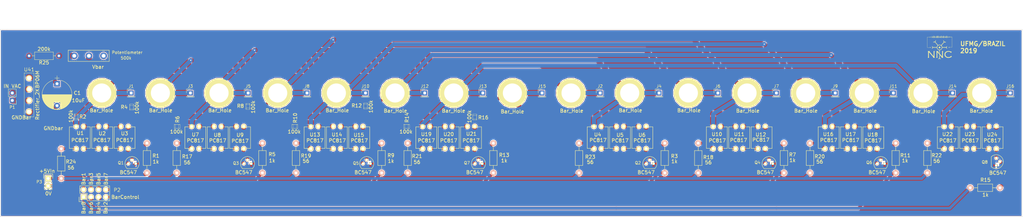
<source format=kicad_pcb>
(kicad_pcb (version 20171130) (host pcbnew "(5.1.2-1)-1")
  (title_block (title "NNC - Circuito das barras eletrificadas da Caixa de Skinner") (date 2016-09-30) (company UFMG) (comment 1 "Paulo Aparecido Amaral Júnior"))
  (layers (0 F.Cu signal) (31 B.Cu signal) (34 B.Paste user) (35 F.Paste user) (36 B.SilkS user) (37 F.SilkS user) (38 B.Mask user) (39 F.Mask user) (44 Edge.Cuts user))
  (net 0 "")
  (net 1 GndArduino)
  (net 2 Vbarra)
  (net 3 GndBarra)
  (net 4 "Net-(Q1-Pad2)")
  (net 5 "Net-(Q1-Pad1)")
  (net 6 "Net-(Q2-Pad2)")
  (net 7 "Net-(Q2-Pad1)")
  (net 8 "Net-(Q3-Pad2)")
  (net 9 "Net-(Q3-Pad1)")
  (net 10 "Net-(Q4-Pad2)")
  (net 11 "Net-(Q4-Pad1)")
  (net 12 "Net-(Q5-Pad2)")
  (net 13 "Net-(Q5-Pad1)")
  (net 14 "Net-(Q6-Pad2)")
  (net 15 "Net-(Q6-Pad1)")
  (net 16 "Net-(Q7-Pad2)")
  (net 17 "Net-(Q7-Pad1)")
  (net 18 "Net-(Q8-Pad2)")
  (net 19 "Net-(Q8-Pad1)")
  (net 20 "Net-(R17-Pad1)")
  (net 21 "Net-(R18-Pad1)")
  (net 22 "Net-(R19-Pad1)")
  (net 23 "Net-(R20-Pad1)")
  (net 24 "Net-(R21-Pad1)")
  (net 25 "Net-(R22-Pad1)")
  (net 26 "Net-(R23-Pad1)")
  (net 27 "Net-(R24-Pad1)")
  (net 28 "Net-(U1-Pad2)")
  (net 29 "Net-(U1-Pad3)")
  (net 30 "Net-(U2-Pad2)")
  (net 31 "Net-(U2-Pad3)")
  (net 32 "Net-(U4-Pad2)")
  (net 33 "Net-(U4-Pad3)")
  (net 34 "Net-(U5-Pad2)")
  (net 35 "Net-(U5-Pad3)")
  (net 36 "Net-(U7-Pad2)")
  (net 37 "Net-(U7-Pad3)")
  (net 38 "Net-(U8-Pad2)")
  (net 39 "Net-(U8-Pad3)")
  (net 40 "Net-(U10-Pad2)")
  (net 41 "Net-(U10-Pad3)")
  (net 42 "Net-(U11-Pad2)")
  (net 43 "Net-(U11-Pad3)")
  (net 44 "Net-(U13-Pad2)")
  (net 45 "Net-(U13-Pad3)")
  (net 46 "Net-(U14-Pad2)")
  (net 47 "Net-(U14-Pad3)")
  (net 48 "Net-(U16-Pad2)")
  (net 49 "Net-(U16-Pad3)")
  (net 50 "Net-(U17-Pad2)")
  (net 51 "Net-(U17-Pad3)")
  (net 52 "Net-(U19-Pad2)")
  (net 53 "Net-(U19-Pad3)")
  (net 54 "Net-(U20-Pad2)")
  (net 55 "Net-(U20-Pad3)")
  (net 56 "Net-(U22-Pad2)")
  (net 57 "Net-(U22-Pad3)")
  (net 58 "Net-(U23-Pad2)")
  (net 59 "Net-(U23-Pad3)")
  (net 60 "Net-(C1-Pad1)")
  (net 61 "Net-(R25-Pad1)")
  (net 62 "Net-(RV1-Pad1)")
  (net 63 /Vtrafo+)
  (net 64 /Vtrafo-)
  (net 65 /InBarra8)
  (net 66 /InBarra1)
  (net 67 /InBarra6)
  (net 68 /InBarra3)
  (net 69 /InBarra4)
  (net 70 /InBarra5)
  (net 71 /InBarra2)
  (net 72 /InBarra7)
  (net 73 5V_Arduino)
  (net 74 /OutBarra1)
  (net 75 /OutBarra2)
  (net 76 /OutBarra3)
  (net 77 /OutBarra4)
  (net 78 /OutBarra5)
  (net 79 /OutBarra6)
  (net 80 /OutBarra7)
  (net 81 /OutBarra8)
  (module NNClib:Untitled (layer F.Cu) (at 360.426 96.774)
    (fp_text reference G*** hide)
    (fp_text value LOGO hide)
  )
  (module NNClib:SMD_0805 (layer F.Cu) (at 201.93 120.65 270)
    (fp_text reference R16 (at 0.127 -2.921) (layer F.SilkS) (effects (font (size 1.2 1.2) (thickness 0.2))))
    (fp_text value 100k (at -0.2 1.8 270) (layer F.SilkS) (effects (font (size 1.2 1.2) (thickness 0.2))))
    (pad 2 smd rect (at 0.8 0 270) (size 0.8 1.5) (layers F.Cu F.Paste F.Mask) (net 81 /OutBarra8))
    (pad 1 smd rect (at -0.8 0 270) (size 0.8 1.5) (layers F.Cu F.Paste F.Mask) (net 2 Vbarra))
  )
  (module NNClib:SMD_0805 (layer F.Cu) (at 178.689 123.825)
    (fp_text reference R14 (at 0.127 -3.048 90) (layer F.SilkS) (effects (font (size 1.2 1.2) (thickness 0.2))))
    (fp_text value 100k (at -0.2 1.8) (layer F.SilkS) (effects (font (size 1.2 1.2) (thickness 0.2))))
    (pad 2 smd rect (at 0.8 0) (size 0.8 1.5) (layers F.Cu F.Paste F.Mask) (net 80 /OutBarra7))
    (pad 1 smd rect (at -0.8 0) (size 0.8 1.5) (layers F.Cu F.Paste F.Mask) (net 2 Vbarra))
  )
  (module NNClib:SMD_0805 (layer F.Cu) (at 164.719 116.84 90)
    (fp_text reference R12 (at 0.127 -3.048 180) (layer F.SilkS) (effects (font (size 1.2 1.2) (thickness 0.2))))
    (fp_text value 100k (at -0.2 1.8 90) (layer F.SilkS) (effects (font (size 1.2 1.2) (thickness 0.2))))
    (pad 2 smd rect (at 0.8 0 90) (size 0.8 1.5) (layers F.Cu F.Paste F.Mask) (net 79 /OutBarra6))
    (pad 1 smd rect (at -0.8 0 90) (size 0.8 1.5) (layers F.Cu F.Paste F.Mask) (net 2 Vbarra))
  )
  (module NNClib:SMD_0805 (layer F.Cu) (at 140.589 123.825)
    (fp_text reference R10 (at 0.127 -2.921 90) (layer F.SilkS) (effects (font (size 1.2 1.2) (thickness 0.2))))
    (fp_text value 100k (at -0.2 1.8) (layer F.SilkS) (effects (font (size 1.2 1.2) (thickness 0.2))))
    (pad 2 smd rect (at 0.8 0) (size 0.8 1.5) (layers F.Cu F.Paste F.Mask) (net 78 /OutBarra5))
    (pad 1 smd rect (at -0.8 0) (size 0.8 1.5) (layers F.Cu F.Paste F.Mask) (net 2 Vbarra))
  )
  (module NNClib:SMD_0805 (layer F.Cu) (at 124.587 116.967 90)
    (fp_text reference R8 (at 0.127 -2.54 180) (layer F.SilkS) (effects (font (size 1.2 1.2) (thickness 0.2))))
    (fp_text value 100k (at -0.2 1.8 90) (layer F.SilkS) (effects (font (size 1.2 1.2) (thickness 0.2))))
    (pad 2 smd rect (at 0.8 0 90) (size 0.8 1.5) (layers F.Cu F.Paste F.Mask) (net 77 /OutBarra4))
    (pad 1 smd rect (at -0.8 0 90) (size 0.8 1.5) (layers F.Cu F.Paste F.Mask) (net 2 Vbarra))
  )
  (module NNClib:SMD_0805 (layer F.Cu) (at 100.457 123.825)
    (fp_text reference R6 (at 0.127 -2.413 90) (layer F.SilkS) (effects (font (size 1.2 1.2) (thickness 0.2))))
    (fp_text value 100k (at -0.2 1.8) (layer F.SilkS) (effects (font (size 1.2 1.2) (thickness 0.2))))
    (pad 2 smd rect (at 0.8 0) (size 0.8 1.5) (layers F.Cu F.Paste F.Mask) (net 76 /OutBarra3))
    (pad 1 smd rect (at -0.8 0) (size 0.8 1.5) (layers F.Cu F.Paste F.Mask) (net 2 Vbarra))
  )
  (module NNClib:SMD_0805 (layer F.Cu) (at 84.963 117.221 90)
    (fp_text reference R4 (at 0 -2.54 180) (layer F.SilkS) (effects (font (size 1.2 1.2) (thickness 0.2))))
    (fp_text value 100k (at -0.2 1.8 90) (layer F.SilkS) (effects (font (size 1.2 1.2) (thickness 0.2))))
    (pad 2 smd rect (at 0.8 0 90) (size 0.8 1.5) (layers F.Cu F.Paste F.Mask) (net 75 /OutBarra2))
    (pad 1 smd rect (at -0.8 0 90) (size 0.8 1.5) (layers F.Cu F.Paste F.Mask) (net 2 Vbarra))
  )
  (module NNClib:SMD_0805 (layer F.Cu) (at 66.04 120.523 270)
    (fp_text reference R2 (at 0 -2.286) (layer F.SilkS) (effects (font (size 1.2 1.2) (thickness 0.2))))
    (fp_text value 100k (at -0.2 1.8 270) (layer F.SilkS) (effects (font (size 1.2 1.2) (thickness 0.2))))
    (pad 2 smd rect (at 0.8 0 270) (size 0.8 1.5) (layers F.Cu F.Paste F.Mask) (net 74 /OutBarra1))
    (pad 1 smd rect (at -0.8 0 270) (size 0.8 1.5) (layers F.Cu F.Paste F.Mask) (net 2 Vbarra))
  )
  (module Housings_DIP:DIP-4_W7.62mm (layer F.Cu) (at 328.93 131.445 90)
    (fp_text reference U17 (at 4.953 1.143 180) (layer F.SilkS) (effects (font (size 1.2 1.2) (thickness 0.2))))
    (fp_text value PC817 (at 2.921 1.143 180) (layer F.SilkS) (effects (font (size 1.2 1.2) (thickness 0.2))))
    (pad 1 thru_hole oval (at 0 0 90) (size 1.6 1.6) (drill 0.8) (layers *.Cu *.Mask F.SilkS) (net 48 "Net-(U16-Pad2)"))
    (pad 2 thru_hole oval (at 0 2.54 90) (size 1.6 1.6) (drill 0.8) (layers *.Cu *.Mask F.SilkS) (net 50 "Net-(U17-Pad2)"))
    (pad 3 thru_hole oval (at 7.62 2.54 90) (size 1.6 1.6) (drill 0.8) (layers *.Cu *.Mask F.SilkS) (net 51 "Net-(U17-Pad3)"))
    (pad 4 thru_hole oval (at 7.62 0 90) (size 1.6 1.6) (drill 0.8) (layers *.Cu *.Mask F.SilkS) (net 49 "Net-(U16-Pad3)"))
  )
  (module TO_SOT_Packages_THT:TO-92_Molded_Narrow (layer F.Cu) (at 379.73 134.62 270)
    (fp_text reference Q8 (at 1.397 3.937) (layer F.SilkS))
    (fp_text value BC547 (at 5.08 -0.508) (layer F.SilkS) (effects (font (size 1.2 1.2) (thickness 0.2))))
    (pad 2 thru_hole circle (at 1.27 -1.27) (size 1.00076 1.00076) (drill 0.6) (layers *.Cu *.Mask F.SilkS) (net 18 "Net-(Q8-Pad2)"))
    (pad 3 thru_hole circle (at 2.54 0) (size 1.00076 1.00076) (drill 0.6) (layers *.Cu *.Mask F.SilkS) (net 1 GndArduino))
    (pad 1 thru_hole circle (at 0 0) (size 1.00076 1.00076) (drill 0.6) (layers *.Cu *.Mask F.SilkS) (net 19 "Net-(Q8-Pad1)"))
  )
  (module Pin_Headers:Pin_Header_Straight_2x04 (layer F.Cu) (at 68.58 147.955 90)
    (fp_text reference P2 (at 2.413 11.43 180) (layer F.SilkS) (effects (font (size 1.2 1.2))))
    (fp_text value CONN_01X08)
    (pad 1 thru_hole rect (at 0 0 90) (size 1.7272 1.7272) (drill 1.016) (layers *.Cu *.Mask F.SilkS) (net 65 /InBarra8))
    (pad 2 thru_hole oval (at 2.54 0 90) (size 1.7272 1.7272) (drill 1.016) (layers *.Cu *.Mask F.SilkS) (net 66 /InBarra1))
    (pad 3 thru_hole oval (at 0 2.54 90) (size 1.7272 1.7272) (drill 1.016) (layers *.Cu *.Mask F.SilkS) (net 67 /InBarra6))
    (pad 4 thru_hole oval (at 2.54 2.54 90) (size 1.7272 1.7272) (drill 1.016) (layers *.Cu *.Mask F.SilkS) (net 68 /InBarra3))
    (pad 5 thru_hole oval (at 0 5.08 90) (size 1.7272 1.7272) (drill 1.016) (layers *.Cu *.Mask F.SilkS) (net 69 /InBarra4))
    (pad 6 thru_hole oval (at 2.54 5.08 90) (size 1.7272 1.7272) (drill 1.016) (layers *.Cu *.Mask F.SilkS) (net 70 /InBarra5))
    (pad 7 thru_hole oval (at 0 7.62 90) (size 1.7272 1.7272) (drill 1.016) (layers *.Cu *.Mask F.SilkS) (net 71 /InBarra2))
    (pad 8 thru_hole oval (at 2.54 7.62 90) (size 1.7272 1.7272) (drill 1.016) (layers *.Cu *.Mask F.SilkS) (net 72 /InBarra7))
  )
  (module Pin_Headers:Pin_Header_Straight_1x02 (layer F.Cu) (at 56.515 141.605)
    (fp_text reference P3 (at -3.048 1.143) (layer F.SilkS))
    (fp_text value "5VDC In")
    (pad 1 thru_hole rect (at 0 0) (size 2.032 2.032) (drill 1.016) (layers *.Cu *.Mask F.SilkS) (net 73 5V_Arduino))
    (pad 2 thru_hole oval (at 0 2.54) (size 2.032 2.032) (drill 1.016) (layers *.Cu *.Mask F.SilkS) (net 1 GndArduino))
  )
  (module TO_SOT_Packages_THT:TO-92_Molded_Narrow (layer F.Cu) (at 83.82 136.525)
    (fp_text reference Q1 (at -2.54 -0.254) (layer F.SilkS))
    (fp_text value BC547 (at 0 3) (layer F.SilkS) (effects (font (size 1.2 1.2) (thickness 0.2))))
    (pad 2 thru_hole circle (at 1.27 -1.27 90) (size 1.00076 1.00076) (drill 0.6) (layers *.Cu *.Mask F.SilkS) (net 4 "Net-(Q1-Pad2)"))
    (pad 3 thru_hole circle (at 2.54 0 90) (size 1.00076 1.00076) (drill 0.6) (layers *.Cu *.Mask F.SilkS) (net 1 GndArduino))
    (pad 1 thru_hole circle (at 0 0 90) (size 1.00076 1.00076) (drill 0.6) (layers *.Cu *.Mask F.SilkS) (net 5 "Net-(Q1-Pad1)"))
  )
  (module TO_SOT_Packages_THT:TO-92_Molded_Narrow (layer F.Cu) (at 260.35 136.525)
    (fp_text reference Q2 (at -2.794 -0.254) (layer F.SilkS))
    (fp_text value BC547 (at 0 3) (layer F.SilkS) (effects (font (size 1.2 1.2) (thickness 0.2))))
    (pad 2 thru_hole circle (at 1.27 -1.27 90) (size 1.00076 1.00076) (drill 0.6) (layers *.Cu *.Mask F.SilkS) (net 6 "Net-(Q2-Pad2)"))
    (pad 3 thru_hole circle (at 2.54 0 90) (size 1.00076 1.00076) (drill 0.6) (layers *.Cu *.Mask F.SilkS) (net 1 GndArduino))
    (pad 1 thru_hole circle (at 0 0 90) (size 1.00076 1.00076) (drill 0.6) (layers *.Cu *.Mask F.SilkS) (net 7 "Net-(Q2-Pad1)"))
  )
  (module TO_SOT_Packages_THT:TO-92_Molded_Narrow (layer F.Cu) (at 123.19 136.525)
    (fp_text reference Q3 (at -2.667 -0.127) (layer F.SilkS))
    (fp_text value BC547 (at 0 3) (layer F.SilkS) (effects (font (size 1.2 1.2) (thickness 0.2))))
    (pad 2 thru_hole circle (at 1.27 -1.27 90) (size 1.00076 1.00076) (drill 0.6) (layers *.Cu *.Mask F.SilkS) (net 8 "Net-(Q3-Pad2)"))
    (pad 3 thru_hole circle (at 2.54 0 90) (size 1.00076 1.00076) (drill 0.6) (layers *.Cu *.Mask F.SilkS) (net 1 GndArduino))
    (pad 1 thru_hole circle (at 0 0 90) (size 1.00076 1.00076) (drill 0.6) (layers *.Cu *.Mask F.SilkS) (net 9 "Net-(Q3-Pad1)"))
  )
  (module TO_SOT_Packages_THT:TO-92_Molded_Narrow (layer F.Cu) (at 300.99 136.525)
    (fp_text reference Q4 (at -2.667 -0.381) (layer F.SilkS))
    (fp_text value BC547 (at 0 3) (layer F.SilkS) (effects (font (size 1.2 1.2) (thickness 0.2))))
    (pad 2 thru_hole circle (at 1.27 -1.27 90) (size 1.00076 1.00076) (drill 0.6) (layers *.Cu *.Mask F.SilkS) (net 10 "Net-(Q4-Pad2)"))
    (pad 3 thru_hole circle (at 2.54 0 90) (size 1.00076 1.00076) (drill 0.6) (layers *.Cu *.Mask F.SilkS) (net 1 GndArduino))
    (pad 1 thru_hole circle (at 0 0 90) (size 1.00076 1.00076) (drill 0.6) (layers *.Cu *.Mask F.SilkS) (net 11 "Net-(Q4-Pad1)"))
  )
  (module TO_SOT_Packages_THT:TO-92_Molded_Narrow (layer F.Cu) (at 163.83 136.525)
    (fp_text reference Q5 (at -2.413 -0.127) (layer F.SilkS))
    (fp_text value BC547 (at 0 3) (layer F.SilkS) (effects (font (size 1.2 1.2) (thickness 0.2))))
    (pad 2 thru_hole circle (at 1.27 -1.27 90) (size 1.00076 1.00076) (drill 0.6) (layers *.Cu *.Mask F.SilkS) (net 12 "Net-(Q5-Pad2)"))
    (pad 3 thru_hole circle (at 2.54 0 90) (size 1.00076 1.00076) (drill 0.6) (layers *.Cu *.Mask F.SilkS) (net 1 GndArduino))
    (pad 1 thru_hole circle (at 0 0 90) (size 1.00076 1.00076) (drill 0.6) (layers *.Cu *.Mask F.SilkS) (net 13 "Net-(Q5-Pad1)"))
  )
  (module TO_SOT_Packages_THT:TO-92_Molded_Narrow (layer F.Cu) (at 339.09 136.525)
    (fp_text reference Q6 (at -2.667 -0.381) (layer F.SilkS))
    (fp_text value BC547 (at 0 3) (layer F.SilkS) (effects (font (size 1.2 1.2) (thickness 0.2))))
    (pad 2 thru_hole circle (at 1.27 -1.27 90) (size 1.00076 1.00076) (drill 0.6) (layers *.Cu *.Mask F.SilkS) (net 14 "Net-(Q6-Pad2)"))
    (pad 3 thru_hole circle (at 2.54 0 90) (size 1.00076 1.00076) (drill 0.6) (layers *.Cu *.Mask F.SilkS) (net 1 GndArduino))
    (pad 1 thru_hole circle (at 0 0 90) (size 1.00076 1.00076) (drill 0.6) (layers *.Cu *.Mask F.SilkS) (net 15 "Net-(Q6-Pad1)"))
  )
  (module TO_SOT_Packages_THT:TO-92_Molded_Narrow (layer F.Cu) (at 201.93 136.525)
    (fp_text reference Q7 (at -2.667 -0.254) (layer F.SilkS))
    (fp_text value BC547 (at 0 3) (layer F.SilkS) (effects (font (size 1.2 1.2) (thickness 0.2))))
    (pad 2 thru_hole circle (at 1.27 -1.27 90) (size 1.00076 1.00076) (drill 0.6) (layers *.Cu *.Mask F.SilkS) (net 16 "Net-(Q7-Pad2)"))
    (pad 3 thru_hole circle (at 2.54 0 90) (size 1.00076 1.00076) (drill 0.6) (layers *.Cu *.Mask F.SilkS) (net 1 GndArduino))
    (pad 1 thru_hole circle (at 0 0 90) (size 1.00076 1.00076) (drill 0.6) (layers *.Cu *.Mask F.SilkS) (net 17 "Net-(Q7-Pad1)"))
  )
  (module Resistors_ThroughHole:Resistor_Horizontal_RM10mm (layer F.Cu) (at 100.33 129.54 270)
    (fp_text reference R17 (at 4.572 -3.556) (layer F.SilkS) (effects (font (size 1.2 1.2) (thickness 0.2))))
    (fp_text value 56 (at 6.604 -3.556) (layer F.SilkS) (effects (font (size 1.2 1.2) (thickness 0.2))))
    (pad 1 thru_hole circle (at 0 0 270) (size 1.99898 1.99898) (drill 1.00076) (layers *.Cu *.SilkS *.Mask) (net 20 "Net-(R17-Pad1)"))
    (pad 2 thru_hole circle (at 10.16 0 270) (size 1.99898 1.99898) (drill 1.00076) (layers *.Cu *.SilkS *.Mask) (net 73 5V_Arduino))
  )
  (module Resistors_ThroughHole:Resistor_Horizontal_RM10mm (layer F.Cu) (at 278.13 129.54 270)
    (fp_text reference R18 (at 4.826 -3.429) (layer F.SilkS) (effects (font (size 1.2 1.2) (thickness 0.2))))
    (fp_text value 56 (at 6.604 -3.429) (layer F.SilkS) (effects (font (size 1.2 1.2) (thickness 0.2))))
    (pad 1 thru_hole circle (at 0 0 270) (size 1.99898 1.99898) (drill 1.00076) (layers *.Cu *.SilkS *.Mask) (net 21 "Net-(R18-Pad1)"))
    (pad 2 thru_hole circle (at 10.16 0 270) (size 1.99898 1.99898) (drill 1.00076) (layers *.Cu *.SilkS *.Mask) (net 73 5V_Arduino))
  )
  (module Resistors_ThroughHole:Resistor_Horizontal_RM10mm (layer F.Cu) (at 140.97 129.54 270)
    (fp_text reference R19 (at 4.318 -3.429) (layer F.SilkS) (effects (font (size 1.2 1.2) (thickness 0.2))))
    (fp_text value 56 (at 6.096 -3.429) (layer F.SilkS) (effects (font (size 1.2 1.2) (thickness 0.2))))
    (pad 1 thru_hole circle (at 0 0 270) (size 1.99898 1.99898) (drill 1.00076) (layers *.Cu *.SilkS *.Mask) (net 22 "Net-(R19-Pad1)"))
    (pad 2 thru_hole circle (at 10.16 0 270) (size 1.99898 1.99898) (drill 1.00076) (layers *.Cu *.SilkS *.Mask) (net 73 5V_Arduino))
  )
  (module Resistors_ThroughHole:Resistor_Horizontal_RM10mm (layer F.Cu) (at 316.23 129.54 270)
    (fp_text reference R20 (at 4.572 -3.302) (layer F.SilkS) (effects (font (size 1.2 1.2) (thickness 0.2))))
    (fp_text value 56 (at 6.35 -3.302) (layer F.SilkS) (effects (font (size 1.2 1.2) (thickness 0.2))))
    (pad 1 thru_hole circle (at 0 0 270) (size 1.99898 1.99898) (drill 1.00076) (layers *.Cu *.SilkS *.Mask) (net 23 "Net-(R20-Pad1)"))
    (pad 2 thru_hole circle (at 10.16 0 270) (size 1.99898 1.99898) (drill 1.00076) (layers *.Cu *.SilkS *.Mask) (net 73 5V_Arduino))
  )
  (module Resistors_ThroughHole:Resistor_Horizontal_RM10mm (layer F.Cu) (at 179.07 129.54 270)
    (fp_text reference R21 (at 4.445 -3.175) (layer F.SilkS) (effects (font (size 1.2 1.2) (thickness 0.2))))
    (fp_text value 56 (at 6.477 -3.175) (layer F.SilkS) (effects (font (size 1.2 1.2) (thickness 0.2))))
    (pad 1 thru_hole circle (at 0 0 270) (size 1.99898 1.99898) (drill 1.00076) (layers *.Cu *.SilkS *.Mask) (net 24 "Net-(R21-Pad1)"))
    (pad 2 thru_hole circle (at 10.16 0 270) (size 1.99898 1.99898) (drill 1.00076) (layers *.Cu *.SilkS *.Mask) (net 73 5V_Arduino))
  )
  (module Resistors_ThroughHole:Resistor_Horizontal_RM10mm (layer F.Cu) (at 356.235 129.54 270)
    (fp_text reference R22 (at 4.191 -3.175) (layer F.SilkS) (effects (font (size 1.2 1.2) (thickness 0.2))))
    (fp_text value 56 (at 6.096 -3.175) (layer F.SilkS) (effects (font (size 1.2 1.2) (thickness 0.2))))
    (pad 1 thru_hole circle (at 0 0 270) (size 1.99898 1.99898) (drill 1.00076) (layers *.Cu *.SilkS *.Mask) (net 25 "Net-(R22-Pad1)"))
    (pad 2 thru_hole circle (at 10.16 0 270) (size 1.99898 1.99898) (drill 1.00076) (layers *.Cu *.SilkS *.Mask) (net 73 5V_Arduino))
  )
  (module Resistors_ThroughHole:Resistor_Horizontal_RM10mm (layer F.Cu) (at 237.49 129.54 270)
    (fp_text reference R23 (at 4.699 -3.81) (layer F.SilkS) (effects (font (size 1.2 1.2) (thickness 0.2))))
    (fp_text value 56 (at 6.477 -3.81) (layer F.SilkS) (effects (font (size 1.2 1.2) (thickness 0.2))))
    (pad 1 thru_hole circle (at 0 0 270) (size 1.99898 1.99898) (drill 1.00076) (layers *.Cu *.SilkS *.Mask) (net 26 "Net-(R23-Pad1)"))
    (pad 2 thru_hole circle (at 10.16 0 270) (size 1.99898 1.99898) (drill 1.00076) (layers *.Cu *.SilkS *.Mask) (net 73 5V_Arduino))
  )
  (module Resistors_ThroughHole:Resistor_Horizontal_RM10mm (layer F.Cu) (at 60.96 131.445 270)
    (fp_text reference R24 (at 4.445 -3.302) (layer F.SilkS) (effects (font (size 1.2 1.2) (thickness 0.2))))
    (fp_text value 56 (at 6.477 -3.302) (layer F.SilkS) (effects (font (size 1.2 1.2) (thickness 0.2))))
    (pad 1 thru_hole circle (at 0 0 270) (size 1.99898 1.99898) (drill 1.00076) (layers *.Cu *.SilkS *.Mask) (net 27 "Net-(R24-Pad1)"))
    (pad 2 thru_hole circle (at 10.16 0 270) (size 1.99898 1.99898) (drill 1.00076) (layers *.Cu *.SilkS *.Mask) (net 73 5V_Arduino))
  )
  (module Housings_DIP:DIP-4_W7.62mm (layer F.Cu) (at 66.04 131.445 90)
    (fp_text reference U1 (at 5.334 1.397 180) (layer F.SilkS) (effects (font (size 1.2 1.2) (thickness 0.2))))
    (fp_text value PC817 (at 2.921 1.27 180) (layer F.SilkS) (effects (font (size 1.2 1.2) (thickness 0.2))))
    (pad 1 thru_hole oval (at 0 0 90) (size 1.6 1.6) (drill 0.8) (layers *.Cu *.Mask F.SilkS) (net 27 "Net-(R24-Pad1)"))
    (pad 2 thru_hole oval (at 0 2.54 90) (size 1.6 1.6) (drill 0.8) (layers *.Cu *.Mask F.SilkS) (net 28 "Net-(U1-Pad2)"))
    (pad 3 thru_hole oval (at 7.62 2.54 90) (size 1.6 1.6) (drill 0.8) (layers *.Cu *.Mask F.SilkS) (net 29 "Net-(U1-Pad3)"))
    (pad 4 thru_hole oval (at 7.62 0 90) (size 1.6 1.6) (drill 0.8) (layers *.Cu *.Mask F.SilkS) (net 74 /OutBarra1))
  )
  (module Housings_DIP:DIP-4_W7.62mm (layer F.Cu) (at 73.66 131.445 90)
    (fp_text reference U2 (at 5.207 1.27 180) (layer F.SilkS) (effects (font (size 1.2 1.2) (thickness 0.2))))
    (fp_text value PC817 (at 2.921 1.143 180) (layer F.SilkS) (effects (font (size 1.2 1.2) (thickness 0.2))))
    (pad 1 thru_hole oval (at 0 0 90) (size 1.6 1.6) (drill 0.8) (layers *.Cu *.Mask F.SilkS) (net 28 "Net-(U1-Pad2)"))
    (pad 2 thru_hole oval (at 0 2.54 90) (size 1.6 1.6) (drill 0.8) (layers *.Cu *.Mask F.SilkS) (net 30 "Net-(U2-Pad2)"))
    (pad 3 thru_hole oval (at 7.62 2.54 90) (size 1.6 1.6) (drill 0.8) (layers *.Cu *.Mask F.SilkS) (net 31 "Net-(U2-Pad3)"))
    (pad 4 thru_hole oval (at 7.62 0 90) (size 1.6 1.6) (drill 0.8) (layers *.Cu *.Mask F.SilkS) (net 29 "Net-(U1-Pad3)"))
  )
  (module Housings_DIP:DIP-4_W7.62mm (layer F.Cu) (at 81.28 131.445 90)
    (fp_text reference U3 (at 5.207 1.27 180) (layer F.SilkS) (effects (font (size 1.2 1.2) (thickness 0.2))))
    (fp_text value PC817 (at 2.921 1.27 180) (layer F.SilkS) (effects (font (size 1.2 1.2) (thickness 0.2))))
    (pad 1 thru_hole oval (at 0 0 90) (size 1.6 1.6) (drill 0.8) (layers *.Cu *.Mask F.SilkS) (net 30 "Net-(U2-Pad2)"))
    (pad 2 thru_hole oval (at 0 2.54 90) (size 1.6 1.6) (drill 0.8) (layers *.Cu *.Mask F.SilkS) (net 5 "Net-(Q1-Pad1)"))
    (pad 3 thru_hole oval (at 7.62 2.54 90) (size 1.6 1.6) (drill 0.8) (layers *.Cu *.Mask F.SilkS) (net 3 GndBarra))
    (pad 4 thru_hole oval (at 7.62 0 90) (size 1.6 1.6) (drill 0.8) (layers *.Cu *.Mask F.SilkS) (net 31 "Net-(U2-Pad3)"))
  )
  (module Housings_DIP:DIP-4_W7.62mm (layer F.Cu) (at 242.57 131.445 90)
    (fp_text reference U4 (at 4.826 1.27 180) (layer F.SilkS) (effects (font (size 1.2 1.2) (thickness 0.2))))
    (fp_text value PC817 (at 2.921 1.397 180) (layer F.SilkS) (effects (font (size 1.2 1.2) (thickness 0.2))))
    (pad 1 thru_hole oval (at 0 0 90) (size 1.6 1.6) (drill 0.8) (layers *.Cu *.Mask F.SilkS) (net 26 "Net-(R23-Pad1)"))
    (pad 2 thru_hole oval (at 0 2.54 90) (size 1.6 1.6) (drill 0.8) (layers *.Cu *.Mask F.SilkS) (net 32 "Net-(U4-Pad2)"))
    (pad 3 thru_hole oval (at 7.62 2.54 90) (size 1.6 1.6) (drill 0.8) (layers *.Cu *.Mask F.SilkS) (net 33 "Net-(U4-Pad3)"))
    (pad 4 thru_hole oval (at 7.62 0 90) (size 1.6 1.6) (drill 0.8) (layers *.Cu *.Mask F.SilkS) (net 75 /OutBarra2))
  )
  (module Housings_DIP:DIP-4_W7.62mm (layer F.Cu) (at 250.19 131.445 90)
    (fp_text reference U5 (at 4.699 1.27 180) (layer F.SilkS) (effects (font (size 1.2 1.2) (thickness 0.2))))
    (fp_text value PC817 (at 2.794 1.27 180) (layer F.SilkS) (effects (font (size 1.2 1.2) (thickness 0.2))))
    (pad 1 thru_hole oval (at 0 0 90) (size 1.6 1.6) (drill 0.8) (layers *.Cu *.Mask F.SilkS) (net 32 "Net-(U4-Pad2)"))
    (pad 2 thru_hole oval (at 0 2.54 90) (size 1.6 1.6) (drill 0.8) (layers *.Cu *.Mask F.SilkS) (net 34 "Net-(U5-Pad2)"))
    (pad 3 thru_hole oval (at 7.62 2.54 90) (size 1.6 1.6) (drill 0.8) (layers *.Cu *.Mask F.SilkS) (net 35 "Net-(U5-Pad3)"))
    (pad 4 thru_hole oval (at 7.62 0 90) (size 1.6 1.6) (drill 0.8) (layers *.Cu *.Mask F.SilkS) (net 33 "Net-(U4-Pad3)"))
  )
  (module Housings_DIP:DIP-4_W7.62mm (layer F.Cu) (at 257.81 131.445 90)
    (fp_text reference U6 (at 4.699 1.143 180) (layer F.SilkS) (effects (font (size 1.2 1.2) (thickness 0.2))))
    (fp_text value PC817 (at 2.794 1.143 180) (layer F.SilkS) (effects (font (size 1.2 1.2) (thickness 0.2))))
    (pad 1 thru_hole oval (at 0 0 90) (size 1.6 1.6) (drill 0.8) (layers *.Cu *.Mask F.SilkS) (net 34 "Net-(U5-Pad2)"))
    (pad 2 thru_hole oval (at 0 2.54 90) (size 1.6 1.6) (drill 0.8) (layers *.Cu *.Mask F.SilkS) (net 7 "Net-(Q2-Pad1)"))
    (pad 3 thru_hole oval (at 7.62 2.54 90) (size 1.6 1.6) (drill 0.8) (layers *.Cu *.Mask F.SilkS) (net 3 GndBarra))
    (pad 4 thru_hole oval (at 7.62 0 90) (size 1.6 1.6) (drill 0.8) (layers *.Cu *.Mask F.SilkS) (net 35 "Net-(U5-Pad3)"))
  )
  (module Housings_DIP:DIP-4_W7.62mm (layer F.Cu) (at 105.41 131.445 90)
    (fp_text reference U7 (at 4.826 1.27 180) (layer F.SilkS) (effects (font (size 1.2 1.2) (thickness 0.2))))
    (fp_text value PC817 (at 2.794 1.27 180) (layer F.SilkS) (effects (font (size 1.2 1.2) (thickness 0.2))))
    (pad 1 thru_hole oval (at 0 0 90) (size 1.6 1.6) (drill 0.8) (layers *.Cu *.Mask F.SilkS) (net 20 "Net-(R17-Pad1)"))
    (pad 2 thru_hole oval (at 0 2.54 90) (size 1.6 1.6) (drill 0.8) (layers *.Cu *.Mask F.SilkS) (net 36 "Net-(U7-Pad2)"))
    (pad 3 thru_hole oval (at 7.62 2.54 90) (size 1.6 1.6) (drill 0.8) (layers *.Cu *.Mask F.SilkS) (net 37 "Net-(U7-Pad3)"))
    (pad 4 thru_hole oval (at 7.62 0 90) (size 1.6 1.6) (drill 0.8) (layers *.Cu *.Mask F.SilkS) (net 76 /OutBarra3))
  )
  (module Housings_DIP:DIP-4_W7.62mm (layer F.Cu) (at 113.03 131.445 90)
    (fp_text reference U8 (at 4.699 1.143 180) (layer F.SilkS) (effects (font (size 1.2 1.2) (thickness 0.2))))
    (fp_text value PC817 (at 2.794 1.27 180) (layer F.SilkS) (effects (font (size 1.2 1.2) (thickness 0.2))))
    (pad 1 thru_hole oval (at 0 0 90) (size 1.6 1.6) (drill 0.8) (layers *.Cu *.Mask F.SilkS) (net 36 "Net-(U7-Pad2)"))
    (pad 2 thru_hole oval (at 0 2.54 90) (size 1.6 1.6) (drill 0.8) (layers *.Cu *.Mask F.SilkS) (net 38 "Net-(U8-Pad2)"))
    (pad 3 thru_hole oval (at 7.62 2.54 90) (size 1.6 1.6) (drill 0.8) (layers *.Cu *.Mask F.SilkS) (net 39 "Net-(U8-Pad3)"))
    (pad 4 thru_hole oval (at 7.62 0 90) (size 1.6 1.6) (drill 0.8) (layers *.Cu *.Mask F.SilkS) (net 37 "Net-(U7-Pad3)"))
  )
  (module Housings_DIP:DIP-4_W7.62mm (layer F.Cu) (at 120.65 131.445 90)
    (fp_text reference U9 (at 4.699 1.27 180) (layer F.SilkS) (effects (font (size 1.2 1.2) (thickness 0.2))))
    (fp_text value PC817 (at 2.667 1.27 180) (layer F.SilkS) (effects (font (size 1.2 1.2) (thickness 0.2))))
    (pad 1 thru_hole oval (at 0 0 90) (size 1.6 1.6) (drill 0.8) (layers *.Cu *.Mask F.SilkS) (net 38 "Net-(U8-Pad2)"))
    (pad 2 thru_hole oval (at 0 2.54 90) (size 1.6 1.6) (drill 0.8) (layers *.Cu *.Mask F.SilkS) (net 9 "Net-(Q3-Pad1)"))
    (pad 3 thru_hole oval (at 7.62 2.54 90) (size 1.6 1.6) (drill 0.8) (layers *.Cu *.Mask F.SilkS) (net 3 GndBarra))
    (pad 4 thru_hole oval (at 7.62 0 90) (size 1.6 1.6) (drill 0.8) (layers *.Cu *.Mask F.SilkS) (net 39 "Net-(U8-Pad3)"))
  )
  (module Housings_DIP:DIP-4_W7.62mm (layer F.Cu) (at 283.21 131.445 90)
    (fp_text reference U10 (at 4.953 1.27 180) (layer F.SilkS) (effects (font (size 1.2 1.2) (thickness 0.2))))
    (fp_text value PC817 (at 2.794 1.397 180) (layer F.SilkS) (effects (font (size 1.2 1.2) (thickness 0.2))))
    (pad 1 thru_hole oval (at 0 0 90) (size 1.6 1.6) (drill 0.8) (layers *.Cu *.Mask F.SilkS) (net 21 "Net-(R18-Pad1)"))
    (pad 2 thru_hole oval (at 0 2.54 90) (size 1.6 1.6) (drill 0.8) (layers *.Cu *.Mask F.SilkS) (net 40 "Net-(U10-Pad2)"))
    (pad 3 thru_hole oval (at 7.62 2.54 90) (size 1.6 1.6) (drill 0.8) (layers *.Cu *.Mask F.SilkS) (net 41 "Net-(U10-Pad3)"))
    (pad 4 thru_hole oval (at 7.62 0 90) (size 1.6 1.6) (drill 0.8) (layers *.Cu *.Mask F.SilkS) (net 77 /OutBarra4))
  )
  (module Housings_DIP:DIP-4_W7.62mm (layer F.Cu) (at 290.83 131.445 90)
    (fp_text reference U11 (at 4.953 1.27 180) (layer F.SilkS) (effects (font (size 1.2 1.2) (thickness 0.2))))
    (fp_text value PC817 (at 2.921 1.016 180) (layer F.SilkS) (effects (font (size 1.2 1.2) (thickness 0.2))))
    (pad 1 thru_hole oval (at 0 0 90) (size 1.6 1.6) (drill 0.8) (layers *.Cu *.Mask F.SilkS) (net 40 "Net-(U10-Pad2)"))
    (pad 2 thru_hole oval (at 0 2.54 90) (size 1.6 1.6) (drill 0.8) (layers *.Cu *.Mask F.SilkS) (net 42 "Net-(U11-Pad2)"))
    (pad 3 thru_hole oval (at 7.62 2.54 90) (size 1.6 1.6) (drill 0.8) (layers *.Cu *.Mask F.SilkS) (net 43 "Net-(U11-Pad3)"))
    (pad 4 thru_hole oval (at 7.62 0 90) (size 1.6 1.6) (drill 0.8) (layers *.Cu *.Mask F.SilkS) (net 41 "Net-(U10-Pad3)"))
  )
  (module Housings_DIP:DIP-4_W7.62mm (layer F.Cu) (at 298.45 131.445 90)
    (fp_text reference U12 (at 4.826 1.016 180) (layer F.SilkS) (effects (font (size 1.2 1.2) (thickness 0.2))))
    (fp_text value PC817 (at 3.048 1.016 180) (layer F.SilkS) (effects (font (size 1.2 1.2) (thickness 0.2))))
    (pad 1 thru_hole oval (at 0 0 90) (size 1.6 1.6) (drill 0.8) (layers *.Cu *.Mask F.SilkS) (net 42 "Net-(U11-Pad2)"))
    (pad 2 thru_hole oval (at 0 2.54 90) (size 1.6 1.6) (drill 0.8) (layers *.Cu *.Mask F.SilkS) (net 11 "Net-(Q4-Pad1)"))
    (pad 3 thru_hole oval (at 7.62 2.54 90) (size 1.6 1.6) (drill 0.8) (layers *.Cu *.Mask F.SilkS) (net 3 GndBarra))
    (pad 4 thru_hole oval (at 7.62 0 90) (size 1.6 1.6) (drill 0.8) (layers *.Cu *.Mask F.SilkS) (net 43 "Net-(U11-Pad3)"))
  )
  (module Housings_DIP:DIP-4_W7.62mm (layer F.Cu) (at 146.05 131.445 90)
    (fp_text reference U13 (at 4.826 1.397 180) (layer F.SilkS) (effects (font (size 1.2 1.2) (thickness 0.2))))
    (fp_text value PC817 (at 2.794 1.397 180) (layer F.SilkS) (effects (font (size 1.2 1.2) (thickness 0.2))))
    (pad 1 thru_hole oval (at 0 0 90) (size 1.6 1.6) (drill 0.8) (layers *.Cu *.Mask F.SilkS) (net 22 "Net-(R19-Pad1)"))
    (pad 2 thru_hole oval (at 0 2.54 90) (size 1.6 1.6) (drill 0.8) (layers *.Cu *.Mask F.SilkS) (net 44 "Net-(U13-Pad2)"))
    (pad 3 thru_hole oval (at 7.62 2.54 90) (size 1.6 1.6) (drill 0.8) (layers *.Cu *.Mask F.SilkS) (net 45 "Net-(U13-Pad3)"))
    (pad 4 thru_hole oval (at 7.62 0 90) (size 1.6 1.6) (drill 0.8) (layers *.Cu *.Mask F.SilkS) (net 78 /OutBarra5))
  )
  (module Housings_DIP:DIP-4_W7.62mm (layer F.Cu) (at 153.67 131.445 90)
    (fp_text reference U14 (at 4.826 1.27 180) (layer F.SilkS) (effects (font (size 1.2 1.2) (thickness 0.2))))
    (fp_text value PC817 (at 2.794 1.397 180) (layer F.SilkS) (effects (font (size 1.2 1.2) (thickness 0.2))))
    (pad 1 thru_hole oval (at 0 0 90) (size 1.6 1.6) (drill 0.8) (layers *.Cu *.Mask F.SilkS) (net 44 "Net-(U13-Pad2)"))
    (pad 2 thru_hole oval (at 0 2.54 90) (size 1.6 1.6) (drill 0.8) (layers *.Cu *.Mask F.SilkS) (net 46 "Net-(U14-Pad2)"))
    (pad 3 thru_hole oval (at 7.62 2.54 90) (size 1.6 1.6) (drill 0.8) (layers *.Cu *.Mask F.SilkS) (net 47 "Net-(U14-Pad3)"))
    (pad 4 thru_hole oval (at 7.62 0 90) (size 1.6 1.6) (drill 0.8) (layers *.Cu *.Mask F.SilkS) (net 45 "Net-(U13-Pad3)"))
  )
  (module Housings_DIP:DIP-4_W7.62mm (layer F.Cu) (at 161.29 131.445 90)
    (fp_text reference U15 (at 4.699 1.143 180) (layer F.SilkS) (effects (font (size 1.2 1.2) (thickness 0.2))))
    (fp_text value PC817 (at 2.794 1.27 180) (layer F.SilkS) (effects (font (size 1.2 1.2) (thickness 0.2))))
    (pad 1 thru_hole oval (at 0 0 90) (size 1.6 1.6) (drill 0.8) (layers *.Cu *.Mask F.SilkS) (net 46 "Net-(U14-Pad2)"))
    (pad 2 thru_hole oval (at 0 2.54 90) (size 1.6 1.6) (drill 0.8) (layers *.Cu *.Mask F.SilkS) (net 13 "Net-(Q5-Pad1)"))
    (pad 3 thru_hole oval (at 7.62 2.54 90) (size 1.6 1.6) (drill 0.8) (layers *.Cu *.Mask F.SilkS) (net 3 GndBarra))
    (pad 4 thru_hole oval (at 7.62 0 90) (size 1.6 1.6) (drill 0.8) (layers *.Cu *.Mask F.SilkS) (net 47 "Net-(U14-Pad3)"))
  )
  (module Housings_DIP:DIP-4_W7.62mm (layer F.Cu) (at 321.31 131.445 90)
    (fp_text reference U16 (at 4.953 1.143 180) (layer F.SilkS) (effects (font (size 1.2 1.2) (thickness 0.2))))
    (fp_text value PC817 (at 2.921 1.27 180) (layer F.SilkS) (effects (font (size 1.2 1.2) (thickness 0.2))))
    (pad 1 thru_hole oval (at 0 0 90) (size 1.6 1.6) (drill 0.8) (layers *.Cu *.Mask F.SilkS) (net 23 "Net-(R20-Pad1)"))
    (pad 2 thru_hole oval (at 0 2.54 90) (size 1.6 1.6) (drill 0.8) (layers *.Cu *.Mask F.SilkS) (net 48 "Net-(U16-Pad2)"))
    (pad 3 thru_hole oval (at 7.62 2.54 90) (size 1.6 1.6) (drill 0.8) (layers *.Cu *.Mask F.SilkS) (net 49 "Net-(U16-Pad3)"))
    (pad 4 thru_hole oval (at 7.62 0 90) (size 1.6 1.6) (drill 0.8) (layers *.Cu *.Mask F.SilkS) (net 79 /OutBarra6))
  )
  (module Housings_DIP:DIP-4_W7.62mm (layer F.Cu) (at 336.55 131.445 90)
    (fp_text reference U18 (at 4.826 1.016 180) (layer F.SilkS) (effects (font (size 1.2 1.2) (thickness 0.2))))
    (fp_text value PC817 (at 2.794 1.143 180) (layer F.SilkS) (effects (font (size 1.2 1.2) (thickness 0.2))))
    (pad 1 thru_hole oval (at 0 0 90) (size 1.6 1.6) (drill 0.8) (layers *.Cu *.Mask F.SilkS) (net 50 "Net-(U17-Pad2)"))
    (pad 2 thru_hole oval (at 0 2.54 90) (size 1.6 1.6) (drill 0.8) (layers *.Cu *.Mask F.SilkS) (net 15 "Net-(Q6-Pad1)"))
    (pad 3 thru_hole oval (at 7.62 2.54 90) (size 1.6 1.6) (drill 0.8) (layers *.Cu *.Mask F.SilkS) (net 3 GndBarra))
    (pad 4 thru_hole oval (at 7.62 0 90) (size 1.6 1.6) (drill 0.8) (layers *.Cu *.Mask F.SilkS) (net 51 "Net-(U17-Pad3)"))
  )
  (module Housings_DIP:DIP-4_W7.62mm (layer F.Cu) (at 184.15 131.445 90)
    (fp_text reference U19 (at 4.953 1.27 180) (layer F.SilkS) (effects (font (size 1.2 1.2) (thickness 0.2))))
    (fp_text value PC817 (at 2.794 1.27 180) (layer F.SilkS) (effects (font (size 1.2 1.2) (thickness 0.2))))
    (pad 1 thru_hole oval (at 0 0 90) (size 1.6 1.6) (drill 0.8) (layers *.Cu *.Mask F.SilkS) (net 24 "Net-(R21-Pad1)"))
    (pad 2 thru_hole oval (at 0 2.54 90) (size 1.6 1.6) (drill 0.8) (layers *.Cu *.Mask F.SilkS) (net 52 "Net-(U19-Pad2)"))
    (pad 3 thru_hole oval (at 7.62 2.54 90) (size 1.6 1.6) (drill 0.8) (layers *.Cu *.Mask F.SilkS) (net 53 "Net-(U19-Pad3)"))
    (pad 4 thru_hole oval (at 7.62 0 90) (size 1.6 1.6) (drill 0.8) (layers *.Cu *.Mask F.SilkS) (net 80 /OutBarra7))
  )
  (module Housings_DIP:DIP-4_W7.62mm (layer F.Cu) (at 191.77 131.445 90)
    (fp_text reference U20 (at 4.953 1.27 180) (layer F.SilkS) (effects (font (size 1.2 1.2) (thickness 0.2))))
    (fp_text value PC817 (at 2.794 1.27 180) (layer F.SilkS) (effects (font (size 1.2 1.2) (thickness 0.2))))
    (pad 1 thru_hole oval (at 0 0 90) (size 1.6 1.6) (drill 0.8) (layers *.Cu *.Mask F.SilkS) (net 52 "Net-(U19-Pad2)"))
    (pad 2 thru_hole oval (at 0 2.54 90) (size 1.6 1.6) (drill 0.8) (layers *.Cu *.Mask F.SilkS) (net 54 "Net-(U20-Pad2)"))
    (pad 3 thru_hole oval (at 7.62 2.54 90) (size 1.6 1.6) (drill 0.8) (layers *.Cu *.Mask F.SilkS) (net 55 "Net-(U20-Pad3)"))
    (pad 4 thru_hole oval (at 7.62 0 90) (size 1.6 1.6) (drill 0.8) (layers *.Cu *.Mask F.SilkS) (net 53 "Net-(U19-Pad3)"))
  )
  (module Housings_DIP:DIP-4_W7.62mm (layer F.Cu) (at 199.39 131.445 90)
    (fp_text reference U21 (at 5.08 1.397 180) (layer F.SilkS) (effects (font (size 1.2 1.2) (thickness 0.2))))
    (fp_text value PC817 (at 2.794 1.27 180) (layer F.SilkS) (effects (font (size 1.2 1.2) (thickness 0.2))))
    (pad 1 thru_hole oval (at 0 0 90) (size 1.6 1.6) (drill 0.8) (layers *.Cu *.Mask F.SilkS) (net 54 "Net-(U20-Pad2)"))
    (pad 2 thru_hole oval (at 0 2.54 90) (size 1.6 1.6) (drill 0.8) (layers *.Cu *.Mask F.SilkS) (net 17 "Net-(Q7-Pad1)"))
    (pad 3 thru_hole oval (at 7.62 2.54 90) (size 1.6 1.6) (drill 0.8) (layers *.Cu *.Mask F.SilkS) (net 3 GndBarra))
    (pad 4 thru_hole oval (at 7.62 0 90) (size 1.6 1.6) (drill 0.8) (layers *.Cu *.Mask F.SilkS) (net 55 "Net-(U20-Pad3)"))
  )
  (module Housings_DIP:DIP-4_W7.62mm (layer F.Cu) (at 361.95 131.445 90)
    (fp_text reference U22 (at 4.953 1.143 180) (layer F.SilkS) (effects (font (size 1.2 1.2) (thickness 0.2))))
    (fp_text value PC817 (at 2.794 1.27 180) (layer F.SilkS) (effects (font (size 1.2 1.2) (thickness 0.2))))
    (pad 1 thru_hole oval (at 0 0 90) (size 1.6 1.6) (drill 0.8) (layers *.Cu *.Mask F.SilkS) (net 25 "Net-(R22-Pad1)"))
    (pad 2 thru_hole oval (at 0 2.54 90) (size 1.6 1.6) (drill 0.8) (layers *.Cu *.Mask F.SilkS) (net 56 "Net-(U22-Pad2)"))
    (pad 3 thru_hole oval (at 7.62 2.54 90) (size 1.6 1.6) (drill 0.8) (layers *.Cu *.Mask F.SilkS) (net 57 "Net-(U22-Pad3)"))
    (pad 4 thru_hole oval (at 7.62 0 90) (size 1.6 1.6) (drill 0.8) (layers *.Cu *.Mask F.SilkS) (net 81 /OutBarra8))
  )
  (module Housings_DIP:DIP-4_W7.62mm (layer F.Cu) (at 369.57 131.445 90)
    (fp_text reference U23 (at 4.953 1.143 180) (layer F.SilkS) (effects (font (size 1.2 1.2) (thickness 0.2))))
    (fp_text value PC817 (at 2.794 1.27 180) (layer F.SilkS) (effects (font (size 1.2 1.2) (thickness 0.2))))
    (pad 1 thru_hole oval (at 0 0 90) (size 1.6 1.6) (drill 0.8) (layers *.Cu *.Mask F.SilkS) (net 56 "Net-(U22-Pad2)"))
    (pad 2 thru_hole oval (at 0 2.54 90) (size 1.6 1.6) (drill 0.8) (layers *.Cu *.Mask F.SilkS) (net 58 "Net-(U23-Pad2)"))
    (pad 3 thru_hole oval (at 7.62 2.54 90) (size 1.6 1.6) (drill 0.8) (layers *.Cu *.Mask F.SilkS) (net 59 "Net-(U23-Pad3)"))
    (pad 4 thru_hole oval (at 7.62 0 90) (size 1.6 1.6) (drill 0.8) (layers *.Cu *.Mask F.SilkS) (net 57 "Net-(U22-Pad3)"))
  )
  (module Housings_DIP:DIP-4_W7.62mm (layer F.Cu) (at 377.19 131.445 90)
    (fp_text reference U24 (at 4.826 1.143 180) (layer F.SilkS) (effects (font (size 1.2 1.2) (thickness 0.2))))
    (fp_text value PC817 (at 2.794 1.143 180) (layer F.SilkS) (effects (font (size 1.2 1.2) (thickness 0.2))))
    (pad 1 thru_hole oval (at 0 0 90) (size 1.6 1.6) (drill 0.8) (layers *.Cu *.Mask F.SilkS) (net 58 "Net-(U23-Pad2)"))
    (pad 2 thru_hole oval (at 0 2.54 90) (size 1.6 1.6) (drill 0.8) (layers *.Cu *.Mask F.SilkS) (net 19 "Net-(Q8-Pad1)"))
    (pad 3 thru_hole oval (at 7.62 2.54 90) (size 1.6 1.6) (drill 0.8) (layers *.Cu *.Mask F.SilkS) (net 3 GndBarra))
    (pad 4 thru_hole oval (at 7.62 0 90) (size 1.6 1.6) (drill 0.8) (layers *.Cu *.Mask F.SilkS) (net 59 "Net-(U23-Pad3)"))
  )
  (module Resistors_ThroughHole:Resistor_Horizontal_RM10mm (layer F.Cu) (at 90.17 129.54 270)
    (fp_text reference R1 (at 4.318 -3.048) (layer F.SilkS) (effects (font (size 1.2 1.2) (thickness 0.2))))
    (fp_text value 1k (at 6.35 -3.048) (layer F.SilkS) (effects (font (size 1.2 1.2) (thickness 0.2))))
    (pad 1 thru_hole circle (at 0 0 270) (size 1.99898 1.99898) (drill 1.00076) (layers *.Cu *.SilkS *.Mask) (net 4 "Net-(Q1-Pad2)"))
    (pad 2 thru_hole circle (at 10.16 0 270) (size 1.99898 1.99898) (drill 1.00076) (layers *.Cu *.SilkS *.Mask) (net 66 /InBarra1))
  )
  (module Resistors_ThroughHole:Resistor_Horizontal_RM10mm (layer F.Cu) (at 266.7 129.54 270)
    (fp_text reference R3 (at 4.445 -3.302) (layer F.SilkS) (effects (font (size 1.2 1.2) (thickness 0.2))))
    (fp_text value 1k (at 6.223 -3.302) (layer F.SilkS) (effects (font (size 1.2 1.2) (thickness 0.2))))
    (pad 1 thru_hole circle (at 0 0 270) (size 1.99898 1.99898) (drill 1.00076) (layers *.Cu *.SilkS *.Mask) (net 6 "Net-(Q2-Pad2)"))
    (pad 2 thru_hole circle (at 10.16 0 270) (size 1.99898 1.99898) (drill 1.00076) (layers *.Cu *.SilkS *.Mask) (net 71 /InBarra2))
  )
  (module Resistors_ThroughHole:Resistor_Horizontal_RM10mm (layer F.Cu) (at 129.54 129.54 270)
    (fp_text reference R5 (at 3.81 -3.302) (layer F.SilkS) (effects (font (size 1.2 1.2) (thickness 0.2))))
    (fp_text value 1k (at 5.969 -3.302) (layer F.SilkS) (effects (font (size 1.2 1.2) (thickness 0.2))))
    (pad 1 thru_hole circle (at 0 0 270) (size 1.99898 1.99898) (drill 1.00076) (layers *.Cu *.SilkS *.Mask) (net 8 "Net-(Q3-Pad2)"))
    (pad 2 thru_hole circle (at 10.16 0 270) (size 1.99898 1.99898) (drill 1.00076) (layers *.Cu *.SilkS *.Mask) (net 68 /InBarra3))
  )
  (module Resistors_ThroughHole:Resistor_Horizontal_RM10mm (layer F.Cu) (at 307.34 129.54 270)
    (fp_text reference R7 (at 3.937 -2.921) (layer F.SilkS) (effects (font (size 1.2 1.2) (thickness 0.2))))
    (fp_text value 1k (at 5.842 -2.921) (layer F.SilkS) (effects (font (size 1.2 1.2) (thickness 0.2))))
    (pad 1 thru_hole circle (at 0 0 270) (size 1.99898 1.99898) (drill 1.00076) (layers *.Cu *.SilkS *.Mask) (net 10 "Net-(Q4-Pad2)"))
    (pad 2 thru_hole circle (at 10.16 0 270) (size 1.99898 1.99898) (drill 1.00076) (layers *.Cu *.SilkS *.Mask) (net 69 /InBarra4))
  )
  (module Resistors_ThroughHole:Resistor_Horizontal_RM10mm (layer F.Cu) (at 170.18 129.54 270)
    (fp_text reference R9 (at 4.191 -3.175) (layer F.SilkS) (effects (font (size 1.2 1.2) (thickness 0.2))))
    (fp_text value 1k (at 6.096 -3.175) (layer F.SilkS) (effects (font (size 1.2 1.2) (thickness 0.2))))
    (pad 1 thru_hole circle (at 0 0 270) (size 1.99898 1.99898) (drill 1.00076) (layers *.Cu *.SilkS *.Mask) (net 12 "Net-(Q5-Pad2)"))
    (pad 2 thru_hole circle (at 10.16 0 270) (size 1.99898 1.99898) (drill 1.00076) (layers *.Cu *.SilkS *.Mask) (net 70 /InBarra5))
  )
  (module Resistors_ThroughHole:Resistor_Horizontal_RM10mm (layer F.Cu) (at 345.44 129.54 270)
    (fp_text reference R11 (at 4.191 -3.302) (layer F.SilkS) (effects (font (size 1.2 1.2) (thickness 0.2))))
    (fp_text value 1k (at 5.969 -3.175) (layer F.SilkS) (effects (font (size 1.2 1.2) (thickness 0.2))))
    (pad 1 thru_hole circle (at 0 0 270) (size 1.99898 1.99898) (drill 1.00076) (layers *.Cu *.SilkS *.Mask) (net 14 "Net-(Q6-Pad2)"))
    (pad 2 thru_hole circle (at 10.16 0 270) (size 1.99898 1.99898) (drill 1.00076) (layers *.Cu *.SilkS *.Mask) (net 67 /InBarra6))
  )
  (module Resistors_ThroughHole:Resistor_Horizontal_RM10mm (layer F.Cu) (at 208.28 129.54 270)
    (fp_text reference R13 (at 4.064 -3.683) (layer F.SilkS) (effects (font (size 1.2 1.2) (thickness 0.2))))
    (fp_text value 1k (at 5.969 -3.683) (layer F.SilkS) (effects (font (size 1.2 1.2) (thickness 0.2))))
    (pad 1 thru_hole circle (at 0 0 270) (size 1.99898 1.99898) (drill 1.00076) (layers *.Cu *.SilkS *.Mask) (net 16 "Net-(Q7-Pad2)"))
    (pad 2 thru_hole circle (at 10.16 0 270) (size 1.99898 1.99898) (drill 1.00076) (layers *.Cu *.SilkS *.Mask) (net 72 /InBarra7))
  )
  (module Resistors_ThroughHole:Resistor_Horizontal_RM10mm (layer F.Cu) (at 381 144.78 180)
    (fp_text reference R15 (at 4.953 2.667 180) (layer F.SilkS) (effects (font (size 1.2 1.2) (thickness 0.2))))
    (fp_text value 1k (at 4.953 -2.413 180) (layer F.SilkS) (effects (font (size 1.2 1.2) (thickness 0.2))))
    (pad 1 thru_hole circle (at 0 0 180) (size 1.99898 1.99898) (drill 1.00076) (layers *.Cu *.SilkS *.Mask) (net 18 "Net-(Q8-Pad2)"))
    (pad 2 thru_hole circle (at 10.16 0 180) (size 1.99898 1.99898) (drill 1.00076) (layers *.Cu *.SilkS *.Mask) (net 65 /InBarra8))
  )
  (module NNClib:Bar_Hole (layer F.Cu) (at 74.76 112.395)
    (fp_text reference U25)
    (fp_text value Bar_Hole (at -0.084 5.969) (layer F.SilkS) (effects (font (size 1.2 1.2) (thickness 0.2))))
    (pad 1 thru_hole circle (at 0 0) (size 10 10) (drill 6.5) (layers *.Cu *.Mask F.SilkS) (net 74 /OutBarra1))
  )
  (module NNClib:Bar_Hole (layer F.Cu) (at 94.76 112.395)
    (fp_text reference U26)
    (fp_text value Bar_Hole (at 0.109 5.969) (layer F.SilkS) (effects (font (size 1.2 1.2) (thickness 0.2))))
    (pad 1 thru_hole circle (at 0 0) (size 10 10) (drill 6.5) (layers *.Cu *.Mask F.SilkS) (net 75 /OutBarra2))
  )
  (module NNClib:Bar_Hole (layer F.Cu) (at 114.76 112.395)
    (fp_text reference U27)
    (fp_text value Bar_Hole (at 0.302 5.969) (layer F.SilkS) (effects (font (size 1.2 1.2) (thickness 0.2))))
    (pad 1 thru_hole circle (at 0 0) (size 10 10) (drill 6.5) (layers *.Cu *.Mask F.SilkS) (net 76 /OutBarra3))
  )
  (module NNClib:Bar_Hole (layer F.Cu) (at 174.76 112.395)
    (fp_text reference U30)
    (fp_text value Bar_Hole (at 0.119 6.096) (layer F.SilkS) (effects (font (size 1.2 1.2) (thickness 0.2))))
    (pad 1 thru_hole circle (at 0 0) (size 10 10) (drill 6.5) (layers *.Cu *.Mask F.SilkS) (net 79 /OutBarra6))
  )
  (module NNClib:Bar_Hole (layer F.Cu) (at 194.76 112.395)
    (fp_text reference U31)
    (fp_text value Bar_Hole (at -0.069 6.096) (layer F.SilkS) (effects (font (size 1.2 1.2) (thickness 0.2))))
    (pad 1 thru_hole circle (at 0 0) (size 10 10) (drill 6.5) (layers *.Cu *.Mask F.SilkS) (net 80 /OutBarra7))
  )
  (module NNClib:Bar_Hole (layer F.Cu) (at 214.76 112.395)
    (fp_text reference U32)
    (fp_text value Bar_Hole (at -0.003 6.35) (layer F.SilkS) (effects (font (size 1.2 1.2) (thickness 0.2))))
    (pad 1 thru_hole circle (at 0 0) (size 10 10) (drill 6.5) (layers *.Cu *.Mask F.SilkS) (net 81 /OutBarra8))
  )
  (module NNClib:Bar_Hole (layer F.Cu) (at 234.76 112.395)
    (fp_text reference U33)
    (fp_text value Bar_Hole (at 0.19 6.096) (layer F.SilkS) (effects (font (size 1.2 1.2) (thickness 0.2))))
    (pad 1 thru_hole circle (at 0 0) (size 10 10) (drill 6.5) (layers *.Cu *.Mask F.SilkS) (net 74 /OutBarra1))
  )
  (module NNClib:Bar_Hole (layer F.Cu) (at 254.76 112.395)
    (fp_text reference U34)
    (fp_text value Bar_Hole (at 0.256 5.969) (layer F.SilkS) (effects (font (size 1.2 1.2) (thickness 0.2))))
    (pad 1 thru_hole circle (at 0 0) (size 10 10) (drill 6.5) (layers *.Cu *.Mask F.SilkS) (net 75 /OutBarra2))
  )
  (module NNClib:Bar_Hole (layer F.Cu) (at 274.76 112.395)
    (fp_text reference U35)
    (fp_text value Bar_Hole (at 0.195 5.969) (layer F.SilkS) (effects (font (size 1.2 1.2) (thickness 0.2))))
    (pad 1 thru_hole circle (at 0 0) (size 10 10) (drill 6.5) (layers *.Cu *.Mask F.SilkS) (net 76 /OutBarra3))
  )
  (module NNClib:Bar_Hole (layer F.Cu) (at 294.76 112.395)
    (fp_text reference U36)
    (fp_text value Bar_Hole (at 0.261 6.096) (layer F.SilkS) (effects (font (size 1.2 1.2) (thickness 0.2))))
    (pad 1 thru_hole circle (at 0 0) (size 10 10) (drill 6.5) (layers *.Cu *.Mask F.SilkS) (net 77 /OutBarra4))
  )
  (module NNClib:Bar_Hole (layer F.Cu) (at 134.76 112.395)
    (fp_text reference U28)
    (fp_text value Bar_Hole (at -0.14 5.969) (layer F.SilkS) (effects (font (size 1.2 1.2) (thickness 0.2))))
    (pad 1 thru_hole circle (at 0 0) (size 10 10) (drill 6.5) (layers *.Cu *.Mask F.SilkS) (net 77 /OutBarra4))
  )
  (module NNClib:Bar_Hole (layer F.Cu) (at 154.76 112.395)
    (fp_text reference U29)
    (fp_text value Bar_Hole (at 0.307 5.969) (layer F.SilkS) (effects (font (size 1.2 1.2) (thickness 0.2))))
    (pad 1 thru_hole circle (at 0 0) (size 10 10) (drill 6.5) (layers *.Cu *.Mask F.SilkS) (net 78 /OutBarra5))
  )
  (module NNClib:Bar_Hole (layer F.Cu) (at 314.76 112.395)
    (fp_text reference U37)
    (fp_text value Bar_Hole (at 0.073 6.096) (layer F.SilkS) (effects (font (size 1.2 1.2) (thickness 0.2))))
    (pad 1 thru_hole circle (at 0 0) (size 10 10) (drill 6.5) (layers *.Cu *.Mask F.SilkS) (net 78 /OutBarra5))
  )
  (module NNClib:Bar_Hole (layer F.Cu) (at 334.76 112.395)
    (fp_text reference U38)
    (fp_text value Bar_Hole (at 0.266 6.096) (layer F.SilkS) (effects (font (size 1.2 1.2) (thickness 0.2))))
    (pad 1 thru_hole circle (at 0 0) (size 10 10) (drill 6.5) (layers *.Cu *.Mask F.SilkS) (net 79 /OutBarra6))
  )
  (module NNClib:Bar_Hole (layer F.Cu) (at 354.76 112.395)
    (fp_text reference U39)
    (fp_text value Bar_Hole (at 0.205 6.223) (layer F.SilkS) (effects (font (size 1.2 1.2) (thickness 0.2))))
    (pad 1 thru_hole circle (at 0 0) (size 10 10) (drill 6.5) (layers *.Cu *.Mask F.SilkS) (net 80 /OutBarra7))
  )
  (module NNClib:Bar_Hole (layer F.Cu) (at 374.76 112.395)
    (fp_text reference U40)
    (fp_text value Bar_Hole (at -0.11 6.096) (layer F.SilkS) (effects (font (size 1.2 1.2) (thickness 0.2))))
    (pad 1 thru_hole circle (at 0 0) (size 10 10) (drill 6.5) (layers *.Cu *.Mask F.SilkS) (net 81 /OutBarra8))
  )
  (module Pin_Headers:Pin_Header_Straight_1x02_Pitch2.54mm (layer F.Cu) (at 44.28 114.935 180)
    (fp_text reference P1 (at 0 -2.33 180) (layer F.SilkS))
    (fp_text value "IN VAC" (at 0 4.87 180) (layer F.SilkS) (effects (font (size 1.2 1.2) (thickness 0.2))))
    (pad 1 thru_hole rect (at 0 0 180) (size 1.7 1.7) (drill 1) (layers *.Cu *.Mask) (net 63 /Vtrafo+))
    (pad 2 thru_hole oval (at 0 2.54 180) (size 1.7 1.7) (drill 1) (layers *.Cu *.Mask) (net 64 /Vtrafo-))
  )
  (module Resistors_THT:R_Axial_DIN0207_L6.3mm_D2.5mm_P10.16mm_Horizontal (layer F.Cu) (at 60.155 99.695 180)
    (fp_text reference R25 (at 5.08 -2.31 180) (layer F.SilkS) (effects (font (size 1.2 1.2) (thickness 0.2))))
    (fp_text value 200k (at 5.08 2.31 180) (layer F.SilkS) (effects (font (size 1.2 1.2) (thickness 0.2))))
    (pad 1 thru_hole circle (at 0 0 180) (size 1.6 1.6) (drill 0.8) (layers *.Cu *.Mask) (net 61 "Net-(R25-Pad1)"))
    (pad 2 thru_hole oval (at 10.16 0 180) (size 1.6 1.6) (drill 0.8) (layers *.Cu *.Mask) (net 60 "Net-(C1-Pad1)"))
  )
  (module NNClib:Rectifier_2KBP06M (layer F.Cu) (at 49.995 113.03 270)
    (fp_text reference U41 (at -8.636 -0.043) (layer F.SilkS) (effects (font (size 1.2 1.2))))
    (fp_text value Rectifier_2KBP06M (at 0.127 -2.837 270) (layer F.SilkS) (effects (font (size 1.2 1.2) (thickness 0.2))))
    (pad 1 thru_hole circle (at -5.755 0 270) (size 2 2) (drill 1.3) (layers *.Cu *.Mask F.SilkS) (net 60 "Net-(C1-Pad1)"))
    (pad 2 thru_hole circle (at -1.905 0 270) (size 2 2) (drill 1.3) (layers *.Cu *.Mask F.SilkS) (net 64 /Vtrafo-))
    (pad 3 thru_hole circle (at 1.945 0 270) (size 2 2) (drill 1.3) (layers *.Cu *.Mask F.SilkS) (net 63 /Vtrafo+))
    (pad 4 thru_hole circle (at 5.795 0 270) (size 2 2) (drill 1.3) (layers *.Cu *.Mask F.SilkS) (net 3 GndBarra))
  )
  (module Capacitors_THT:CP_Radial_D10.0mm_P7.50mm (layer F.Cu) (at 59.52 109.22 270)
    (fp_text reference C1 (at 3.175 -6.901) (layer F.SilkS) (effects (font (size 1.2 1.2) (thickness 0.2))))
    (fp_text value 10uF (at 5.715 -7.282) (layer F.SilkS) (effects (font (size 1.2 1.2) (thickness 0.2))))
    (pad 1 thru_hole rect (at 0 0 270) (size 2 2) (drill 1) (layers *.Cu *.Mask) (net 60 "Net-(C1-Pad1)"))
    (pad 2 thru_hole circle (at 7.5 0 270) (size 2 2) (drill 1) (layers *.Cu *.Mask) (net 3 GndBarra))
  )
  (module Pin_Headers:Pin_Header_Straight_1x01_Pitch2.54mm (layer F.Cu) (at 84.793 112.395)
    (fp_text reference J1 (at 0 -2.33) (layer F.SilkS))
    (fp_text value Conn_01x01)
    (pad 1 thru_hole rect (at 0 0) (size 1.7 1.7) (drill 1) (layers *.Cu *.Mask) (net 74 /OutBarra1))
  )
  (module Pin_Headers:Pin_Header_Straight_1x01_Pitch2.54mm (layer F.Cu) (at 244.686 112.395)
    (fp_text reference J2 (at 0 -2.33) (layer F.SilkS))
    (fp_text value Conn_01x01)
    (pad 1 thru_hole rect (at 0 0) (size 1.7 1.7) (drill 1) (layers *.Cu *.Mask) (net 74 /OutBarra1))
  )
  (module Pin_Headers:Pin_Header_Straight_1x01_Pitch2.54mm (layer F.Cu) (at 104.986 112.395)
    (fp_text reference J3 (at 0 -2.33) (layer F.SilkS))
    (fp_text value Conn_01x01)
    (pad 1 thru_hole rect (at 0 0) (size 1.7 1.7) (drill 1) (layers *.Cu *.Mask) (net 75 /OutBarra2))
  )
  (module Pin_Headers:Pin_Header_Straight_1x01_Pitch2.54mm (layer F.Cu) (at 264.752 112.395)
    (fp_text reference J4 (at 0 -2.33) (layer F.SilkS))
    (fp_text value Conn_01x01)
    (pad 1 thru_hole rect (at 0 0) (size 1.7 1.7) (drill 1) (layers *.Cu *.Mask) (net 75 /OutBarra2))
  )
  (module Pin_Headers:Pin_Header_Straight_1x01_Pitch2.54mm (layer F.Cu) (at 124.671 112.395)
    (fp_text reference J5 (at 0 -2.33) (layer F.SilkS))
    (fp_text value Conn_01x01)
    (pad 1 thru_hole rect (at 0 0) (size 1.7 1.7) (drill 1) (layers *.Cu *.Mask) (net 76 /OutBarra3))
  )
  (module Pin_Headers:Pin_Header_Straight_1x01_Pitch2.54mm (layer F.Cu) (at 284.818 112.395)
    (fp_text reference J6 (at 0 -2.33) (layer F.SilkS))
    (fp_text value Conn_01x01)
    (pad 1 thru_hole rect (at 0 0) (size 1.7 1.7) (drill 1) (layers *.Cu *.Mask) (net 76 /OutBarra3))
  )
  (module Pin_Headers:Pin_Header_Straight_1x01_Pitch2.54mm (layer F.Cu) (at 304.757 112.395)
    (fp_text reference J7 (at 0 -2.33) (layer F.SilkS))
    (fp_text value Conn_01x01)
    (pad 1 thru_hole rect (at 0 0) (size 1.7 1.7) (drill 1) (layers *.Cu *.Mask) (net 77 /OutBarra4))
  )
  (module Pin_Headers:Pin_Header_Straight_1x01_Pitch2.54mm (layer F.Cu) (at 144.737 112.395)
    (fp_text reference J8 (at 0 -2.33) (layer F.SilkS))
    (fp_text value Conn_01x01)
    (pad 1 thru_hole rect (at 0 0) (size 1.7 1.7) (drill 1) (layers *.Cu *.Mask) (net 77 /OutBarra4))
  )
  (module Pin_Headers:Pin_Header_Straight_1x01_Pitch2.54mm (layer F.Cu) (at 324.823 112.395)
    (fp_text reference J9 (at 0 -2.33) (layer F.SilkS))
    (fp_text value Conn_01x01)
    (pad 1 thru_hole rect (at 0 0) (size 1.7 1.7) (drill 1) (layers *.Cu *.Mask) (net 78 /OutBarra5))
  )
  (module Pin_Headers:Pin_Header_Straight_1x01_Pitch2.54mm (layer F.Cu) (at 164.676 112.395)
    (fp_text reference J10 (at 0 -2.33) (layer F.SilkS))
    (fp_text value Conn_01x01)
    (pad 1 thru_hole rect (at 0 0) (size 1.7 1.7) (drill 1) (layers *.Cu *.Mask) (net 78 /OutBarra5))
  )
  (module Pin_Headers:Pin_Header_Straight_1x01_Pitch2.54mm (layer F.Cu) (at 344.635 112.395)
    (fp_text reference J11 (at 0 -2.33) (layer F.SilkS))
    (fp_text value Conn_01x01)
    (pad 1 thru_hole rect (at 0 0) (size 1.7 1.7) (drill 1) (layers *.Cu *.Mask) (net 79 /OutBarra6))
  )
  (module Pin_Headers:Pin_Header_Straight_1x01_Pitch2.54mm (layer F.Cu) (at 184.869 112.395)
    (fp_text reference J12 (at 0 -2.33) (layer F.SilkS))
    (fp_text value Conn_01x01)
    (pad 1 thru_hole rect (at 0 0) (size 1.7 1.7) (drill 1) (layers *.Cu *.Mask) (net 79 /OutBarra6))
  )
  (module Pin_Headers:Pin_Header_Straight_1x01_Pitch2.54mm (layer F.Cu) (at 204.681 112.395)
    (fp_text reference J13 (at 0 -2.33) (layer F.SilkS))
    (fp_text value Conn_01x01)
    (pad 1 thru_hole rect (at 0 0) (size 1.7 1.7) (drill 1) (layers *.Cu *.Mask) (net 80 /OutBarra7))
  )
  (module Pin_Headers:Pin_Header_Straight_1x01_Pitch2.54mm (layer F.Cu) (at 364.828 112.395)
    (fp_text reference J14 (at 0 -2.33) (layer F.SilkS))
    (fp_text value Conn_01x01)
    (pad 1 thru_hole rect (at 0 0) (size 1.7 1.7) (drill 1) (layers *.Cu *.Mask) (net 80 /OutBarra7))
  )
  (module Pin_Headers:Pin_Header_Straight_1x01_Pitch2.54mm (layer F.Cu) (at 224.874 112.395)
    (fp_text reference J15 (at 0 -2.33) (layer F.SilkS))
    (fp_text value Conn_01x01)
    (pad 1 thru_hole rect (at 0 0) (size 1.7 1.7) (drill 1) (layers *.Cu *.Mask) (net 81 /OutBarra8))
  )
  (module Pin_Headers:Pin_Header_Straight_1x01_Pitch2.54mm (layer F.Cu) (at 384.513 112.395)
    (fp_text reference J16 (at 0 -2.33) (layer F.SilkS))
    (fp_text value Conn_01x01)
    (pad 1 thru_hole rect (at 0 0) (size 1.7 1.7) (drill 1) (layers *.Cu *.Mask) (net 81 /OutBarra8))
  )
  (module NNClib:Potentiometer_Alps_RK163_Single_Vertical (layer F.Cu) (at 75.395 99.695 90)
    (fp_text reference Potentiometer (at 1.143 8.044 180) (layer F.SilkS))
    (fp_text value 500k (at -0.762 7.663 180) (layer F.SilkS))
    (pad 3 thru_hole circle (at 0 -10 90) (size 2.34 2.34) (drill 1.3) (layers *.Cu *.Mask) (net 61 "Net-(R25-Pad1)"))
    (pad 2 thru_hole circle (at 0 -5 90) (size 2.34 2.34) (drill 1.3) (layers *.Cu *.Mask) (net 2 Vbarra))
    (pad 1 thru_hole circle (at 0 0 90) (size 2.34 2.34) (drill 1.3) (layers *.Cu *.Mask) (net 62 "Net-(RV1-Pad1)"))
  )
  (gr_text "UFMG/BRAZIL\n2019" (at 367.284 96.774) (layer F.SilkS) (effects (font (size 1.5 1.5) (thickness 0.3)) (justify left)))
  (gr_text GNDBar (at 47.371 120.777) (layer F.SilkS) (effects (font (size 1.2 1.2) (thickness 0.2))))
  (gr_text Bar2 (at 76.073 151.638 90) (layer F.SilkS) (effects (font (size 1.2 1.2) (thickness 0.2))))
  (gr_text Bar4 (at 73.66 151.638 90) (layer F.SilkS) (effects (font (size 1.2 1.2) (thickness 0.2))))
  (gr_text Bar6 (at 71.12 151.638 90) (layer F.SilkS) (effects (font (size 1.2 1.2) (thickness 0.2))))
  (gr_text Bar8 (at 68.58 151.638 90) (layer F.SilkS) (effects (font (size 1.2 1.2) (thickness 0.2))))
  (gr_text Bar7 (at 76.2 141.732 90) (layer F.SilkS) (effects (font (size 1.2 1.2) (thickness 0.2))))
  (gr_text Bar5 (at 73.66 141.732 90) (layer F.SilkS) (effects (font (size 1.2 1.2) (thickness 0.2))))
  (gr_text Bar3 (at 71.12 141.732 90) (layer F.SilkS) (effects (font (size 1.2 1.2) (thickness 0.2))))
  (gr_text Bar1 (at 68.58 141.732 90) (layer F.SilkS) (effects (font (size 1.2 1.2) (thickness 0.2))))
  (gr_line (start 40.132 154.686) (end 40.132 90.678) (angle 90) (layer Edge.Cuts) (width 0.1))
  (gr_line (start 388.62 154.686) (end 40.132 154.686) (angle 90) (layer Edge.Cuts) (width 0.1))
  (gr_line (start 388.62 90.678) (end 388.62 154.686) (angle 90) (layer Edge.Cuts) (width 0.1))
  (gr_line (start 42.418 90.678) (end 388.62 90.678) (angle 90) (layer Edge.Cuts) (width 0.1))
  (gr_line (start 40.132 90.678) (end 42.418 90.678) (angle 90) (layer Edge.Cuts) (width 0.1))
  (gr_text Vbar (at 73.49 103.505) (layer F.SilkS) (effects (font (size 1.2 1.2) (thickness 0.2))))
  (gr_text GNDbar (at 58.25 124.46) (layer F.SilkS) (effects (font (size 1.2 1.2) (thickness 0.2))))
  (gr_text BarControl (at 82.804 147.955) (layer F.SilkS) (effects (font (size 1.2 1.2) (thickness 0.2))))
  (gr_text 0V (at 56.599 146.7485) (layer F.SilkS) (effects (font (size 1.2 1.2) (thickness 0.2))))
  (gr_text +5VIn (at 56.1545 139.065) (layer F.SilkS) (effects (font (size 1.2 1.2) (thickness 0.2))))
  (segment (start 341.63 136.525) (end 377.19 136.525) (width 1) (layer F.Cu) (net 1))
  (segment (start 377.825 137.16) (end 379.73 137.16) (width 1) (layer F.Cu) (net 1))
  (segment (start 377.19 136.525) (end 377.825 137.16) (width 1) (layer F.Cu) (net 1))
  (segment (start 56.515 144.145) (end 61.595 144.145) (width 1) (layer F.Cu) (net 1))
  (segment (start 84.455 138.43) (end 86.36 136.525) (width 1) (layer F.Cu) (net 1))
  (segment (start 67.31 138.43) (end 84.455 138.43) (width 1) (layer F.Cu) (net 1))
  (segment (start 61.595 144.145) (end 67.31 138.43) (width 1) (layer F.Cu) (net 1))
  (segment (start 303.53 136.525) (end 330.835 136.525) (width 1) (layer F.Cu) (net 1))
  (segment (start 341.63 137.795) (end 341.63 136.525) (width 1) (layer F.Cu) (net 1))
  (segment (start 340.995 138.43) (end 341.63 137.795) (width 1) (layer F.Cu) (net 1))
  (segment (start 332.74 138.43) (end 340.995 138.43) (width 1) (layer F.Cu) (net 1))
  (segment (start 330.835 136.525) (end 332.74 138.43) (width 1) (layer F.Cu) (net 1))
  (segment (start 262.89 136.525) (end 292.735 136.525) (width 1) (layer F.Cu) (net 1))
  (segment (start 303.53 137.16) (end 303.53 136.525) (width 1) (layer F.Cu) (net 1))
  (segment (start 302.26 138.43) (end 303.53 137.16) (width 1) (layer F.Cu) (net 1))
  (segment (start 294.64 138.43) (end 302.26 138.43) (width 1) (layer F.Cu) (net 1))
  (segment (start 292.735 136.525) (end 294.64 138.43) (width 1) (layer F.Cu) (net 1))
  (segment (start 204.47 136.525) (end 252.73 136.525) (width 1) (layer F.Cu) (net 1))
  (segment (start 262.89 137.16) (end 262.89 136.525) (width 1) (layer F.Cu) (net 1))
  (segment (start 261.62 138.43) (end 262.89 137.16) (width 1) (layer F.Cu) (net 1))
  (segment (start 254.635 138.43) (end 261.62 138.43) (width 1) (layer F.Cu) (net 1))
  (segment (start 252.73 136.525) (end 254.635 138.43) (width 1) (layer F.Cu) (net 1))
  (segment (start 166.37 136.525) (end 193.675 136.525) (width 1) (layer F.Cu) (net 1))
  (segment (start 204.47 137.16) (end 204.47 136.525) (width 1) (layer F.Cu) (net 1))
  (segment (start 203.2 138.43) (end 204.47 137.16) (width 1) (layer F.Cu) (net 1))
  (segment (start 195.58 138.43) (end 203.2 138.43) (width 1) (layer F.Cu) (net 1))
  (segment (start 193.675 136.525) (end 195.58 138.43) (width 1) (layer F.Cu) (net 1))
  (segment (start 125.73 136.525) (end 155.575 136.525) (width 1) (layer F.Cu) (net 1))
  (segment (start 166.37 137.16) (end 166.37 136.525) (width 1) (layer F.Cu) (net 1))
  (segment (start 165.1 138.43) (end 166.37 137.16) (width 1) (layer F.Cu) (net 1))
  (segment (start 157.48 138.43) (end 165.1 138.43) (width 1) (layer F.Cu) (net 1))
  (segment (start 155.575 136.525) (end 157.48 138.43) (width 1) (layer F.Cu) (net 1))
  (segment (start 86.36 136.525) (end 114.935 136.525) (width 1) (layer F.Cu) (net 1))
  (segment (start 125.73 137.16) (end 125.73 136.525) (width 1) (layer F.Cu) (net 1))
  (segment (start 124.46 138.43) (end 125.73 137.16) (width 1) (layer F.Cu) (net 1))
  (segment (start 116.84 138.43) (end 124.46 138.43) (width 1) (layer F.Cu) (net 1))
  (segment (start 114.935 136.525) (end 116.84 138.43) (width 1) (layer F.Cu) (net 1))
  (segment (start 201.93 119.85) (end 200.19 119.85) (width 0.85) (layer F.Cu) (net 2))
  (segment (start 197.866 120.396) (end 173.101 120.396) (width 2) (layer F.Cu) (net 2))
  (segment (start 199.644 120.396) (end 197.866 120.396) (width 0.85) (layer F.Cu) (net 2))
  (segment (start 200.19 119.85) (end 199.644 120.396) (width 0.85) (layer F.Cu) (net 2))
  (segment (start 177.889 123.825) (end 176.53 123.825) (width 0.85) (layer F.Cu) (net 2))
  (segment (start 176.53 123.825) (end 173.101 120.396) (width 0.85) (layer F.Cu) (net 2))
  (segment (start 164.719 117.64) (end 163.538 117.64) (width 0.85) (layer F.Cu) (net 2))
  (segment (start 163.538 117.64) (end 160.782 120.396) (width 0.85) (layer F.Cu) (net 2))
  (segment (start 134.874 120.396) (end 136.36 120.396) (width 0.85) (layer F.Cu) (net 2))
  (segment (start 136.36 120.396) (end 139.789 123.825) (width 0.85) (layer F.Cu) (net 2))
  (segment (start 124.587 117.767) (end 124.587 118.618) (width 0.85) (layer F.Cu) (net 2))
  (segment (start 124.587 118.618) (end 122.809 120.396) (width 0.85) (layer F.Cu) (net 2))
  (segment (start 97.663 120.396) (end 97.663 121.831) (width 0.85) (layer F.Cu) (net 2))
  (segment (start 97.663 121.831) (end 99.657 123.825) (width 0.85) (layer F.Cu) (net 2))
  (segment (start 84.963 118.021) (end 84.963 119.253) (width 0.85) (layer F.Cu) (net 2))
  (segment (start 84.963 119.253) (end 83.82 120.396) (width 0.85) (layer F.Cu) (net 2))
  (segment (start 66.04 119.723) (end 66.586 119.723) (width 0.85) (layer F.Cu) (net 2))
  (segment (start 66.586 119.723) (end 68.453 117.856) (width 0.85) (layer F.Cu) (net 2))
  (segment (start 173.101 120.396) (end 160.782 120.396) (width 2) (layer F.Cu) (net 2))
  (segment (start 160.782 120.396) (end 136.525 120.396) (width 2) (layer F.Cu) (net 2))
  (segment (start 70.395 103.087) (end 70.395 99.695) (width 2) (layer F.Cu) (net 2))
  (segment (start 70.993 120.396) (end 83.82 120.396) (width 2) (layer F.Cu) (net 2))
  (segment (start 83.82 120.396) (end 97.663 120.396) (width 2) (layer F.Cu) (net 2))
  (segment (start 97.663 120.396) (end 122.809 120.396) (width 2) (layer F.Cu) (net 2))
  (segment (start 122.809 120.396) (end 134.874 120.396) (width 2) (layer F.Cu) (net 2))
  (segment (start 134.874 120.396) (end 136.525 120.396) (width 2) (layer F.Cu) (net 2))
  (segment (start 65.786 115.189) (end 68.453 117.856) (width 2) (layer F.Cu) (net 2))
  (segment (start 68.453 117.856) (end 70.993 120.396) (width 2) (layer F.Cu) (net 2))
  (segment (start 65.786 107.696) (end 65.786 115.189) (width 2) (layer F.Cu) (net 2))
  (segment (start 70.395 103.087) (end 65.786 107.696) (width 2) (layer F.Cu) (net 2))
  (segment (start 49.995 118.825) (end 57.415 118.825) (width 1.5) (layer F.Cu) (net 3))
  (segment (start 57.415 118.825) (end 59.52 116.72) (width 1.5) (layer F.Cu) (net 3))
  (segment (start 49.995 118.825) (end 49.995 121.285) (width 2) (layer F.Cu) (net 3))
  (segment (start 55.71 127) (end 56.98 127) (width 2) (layer F.Cu) (net 3))
  (segment (start 49.995 121.285) (end 55.71 127) (width 2) (layer F.Cu) (net 3))
  (segment (start 337.185 127) (end 377.825 127) (width 2) (layer F.Cu) (net 3))
  (segment (start 379.73 125.095) (end 379.73 123.825) (width 1.5) (layer F.Cu) (net 3))
  (segment (start 377.825 127) (end 379.73 125.095) (width 2) (layer F.Cu) (net 3))
  (segment (start 299.72 127) (end 337.185 127) (width 2) (layer F.Cu) (net 3))
  (segment (start 339.09 125.095) (end 339.09 123.825) (width 1.5) (layer F.Cu) (net 3))
  (segment (start 337.185 127) (end 339.09 125.095) (width 1.5) (layer F.Cu) (net 3))
  (segment (start 259.08 127) (end 299.72 127) (width 2) (layer F.Cu) (net 3))
  (segment (start 300.99 125.73) (end 300.99 123.825) (width 1.5) (layer F.Cu) (net 3))
  (segment (start 299.72 127) (end 300.99 125.73) (width 1.5) (layer F.Cu) (net 3))
  (segment (start 200.66 127) (end 259.08 127) (width 2) (layer F.Cu) (net 3))
  (segment (start 260.35 125.73) (end 260.35 123.825) (width 1.5) (layer F.Cu) (net 3))
  (segment (start 259.08 127) (end 260.35 125.73) (width 1.5) (layer F.Cu) (net 3))
  (segment (start 161.925 127) (end 200.66 127) (width 2) (layer F.Cu) (net 3))
  (segment (start 201.93 125.73) (end 201.93 123.825) (width 1.5) (layer F.Cu) (net 3))
  (segment (start 200.66 127) (end 201.93 125.73) (width 1.5) (layer F.Cu) (net 3))
  (segment (start 121.285 127) (end 161.925 127) (width 2) (layer F.Cu) (net 3))
  (segment (start 163.83 125.095) (end 163.83 123.825) (width 1.5) (layer F.Cu) (net 3))
  (segment (start 161.925 127) (end 163.83 125.095) (width 1.5) (layer F.Cu) (net 3))
  (segment (start 81.915 127) (end 121.285 127) (width 2) (layer F.Cu) (net 3))
  (segment (start 123.19 125.095) (end 123.19 123.825) (width 1.5) (layer F.Cu) (net 3))
  (segment (start 121.285 127) (end 123.19 125.095) (width 1.5) (layer F.Cu) (net 3))
  (segment (start 56.515 127) (end 56.98 127) (width 1) (layer F.Cu) (net 3))
  (segment (start 56.98 127) (end 81.915 127) (width 2) (layer F.Cu) (net 3))
  (segment (start 83.82 125.095) (end 83.82 123.825) (width 1.5) (layer F.Cu) (net 3))
  (segment (start 81.915 127) (end 83.82 125.095) (width 1.5) (layer F.Cu) (net 3))
  (segment (start 90.17 129.54) (end 85.09 134.62) (width 1) (layer F.Cu) (net 4))
  (segment (start 85.09 134.62) (end 85.09 135.255) (width 1) (layer F.Cu) (net 4))
  (segment (start 83.82 136.525) (end 82.55 135.255) (width 1) (layer F.Cu) (net 5))
  (segment (start 82.55 133.35) (end 83.82 132.08) (width 1) (layer F.Cu) (net 5))
  (segment (start 82.55 135.255) (end 82.55 133.35) (width 1) (layer F.Cu) (net 5))
  (segment (start 83.82 132.08) (end 83.82 131.445) (width 1) (layer F.Cu) (net 5))
  (segment (start 266.7 129.54) (end 261.62 134.62) (width 1) (layer F.Cu) (net 6))
  (segment (start 261.62 134.62) (end 261.62 135.255) (width 1) (layer F.Cu) (net 6))
  (segment (start 260.35 136.525) (end 259.08 135.255) (width 1) (layer F.Cu) (net 7))
  (segment (start 259.08 133.35) (end 260.35 132.08) (width 1) (layer F.Cu) (net 7))
  (segment (start 259.08 135.255) (end 259.08 133.35) (width 1) (layer F.Cu) (net 7))
  (segment (start 260.35 132.08) (end 260.35 131.445) (width 1) (layer F.Cu) (net 7))
  (segment (start 129.54 129.54) (end 124.46 134.62) (width 1) (layer F.Cu) (net 8))
  (segment (start 124.46 134.62) (end 124.46 135.255) (width 1) (layer F.Cu) (net 8))
  (segment (start 123.19 136.525) (end 121.92 135.255) (width 1) (layer F.Cu) (net 9))
  (segment (start 121.92 133.35) (end 123.19 132.08) (width 1) (layer F.Cu) (net 9))
  (segment (start 121.92 135.255) (end 121.92 133.35) (width 1) (layer F.Cu) (net 9))
  (segment (start 123.19 132.08) (end 123.19 131.445) (width 1) (layer F.Cu) (net 9))
  (segment (start 307.34 129.54) (end 302.26 134.62) (width 1) (layer F.Cu) (net 10))
  (segment (start 302.26 134.62) (end 302.26 135.255) (width 1) (layer F.Cu) (net 10))
  (segment (start 300.99 136.525) (end 299.72 135.255) (width 1) (layer F.Cu) (net 11))
  (segment (start 299.72 133.35) (end 300.99 132.08) (width 1) (layer F.Cu) (net 11))
  (segment (start 299.72 135.255) (end 299.72 133.35) (width 1) (layer F.Cu) (net 11))
  (segment (start 300.99 132.08) (end 300.99 131.445) (width 1) (layer F.Cu) (net 11))
  (segment (start 170.18 129.54) (end 165.1 134.62) (width 1) (layer F.Cu) (net 12))
  (segment (start 165.1 134.62) (end 165.1 135.255) (width 1) (layer F.Cu) (net 12))
  (segment (start 163.83 136.525) (end 162.56 135.255) (width 1) (layer F.Cu) (net 13))
  (segment (start 162.56 133.35) (end 163.83 132.08) (width 1) (layer F.Cu) (net 13))
  (segment (start 162.56 135.255) (end 162.56 133.35) (width 1) (layer F.Cu) (net 13))
  (segment (start 163.83 132.08) (end 163.83 131.445) (width 1) (layer F.Cu) (net 13))
  (segment (start 345.44 129.54) (end 340.36 134.62) (width 1) (layer F.Cu) (net 14))
  (segment (start 340.36 134.62) (end 340.36 135.255) (width 1) (layer F.Cu) (net 14))
  (segment (start 339.09 136.525) (end 337.82 135.255) (width 1) (layer F.Cu) (net 15))
  (segment (start 337.82 133.35) (end 339.09 132.08) (width 1) (layer F.Cu) (net 15))
  (segment (start 337.82 135.255) (end 337.82 133.35) (width 1) (layer F.Cu) (net 15))
  (segment (start 339.09 132.08) (end 339.09 131.445) (width 1) (layer F.Cu) (net 15))
  (segment (start 208.28 129.54) (end 203.2 134.62) (width 1) (layer F.Cu) (net 16))
  (segment (start 203.2 134.62) (end 203.2 135.255) (width 1) (layer F.Cu) (net 16))
  (segment (start 201.93 136.525) (end 200.66 135.255) (width 1) (layer F.Cu) (net 17))
  (segment (start 200.66 133.35) (end 201.93 132.08) (width 1) (layer F.Cu) (net 17))
  (segment (start 200.66 135.255) (end 200.66 133.35) (width 1) (layer F.Cu) (net 17))
  (segment (start 201.93 132.08) (end 201.93 131.445) (width 1) (layer F.Cu) (net 17))
  (segment (start 381 135.89) (end 381.635 136.525) (width 1) (layer F.Cu) (net 18))
  (segment (start 381.635 143.51) (end 381.635 144.145) (width 1) (layer F.Cu) (net 18))
  (segment (start 381.635 138.43) (end 381.635 143.51) (width 1) (layer F.Cu) (net 18))
  (segment (start 381.635 136.525) (end 381.635 138.43) (width 1) (layer F.Cu) (net 18))
  (segment (start 381.635 144.145) (end 381 144.78) (width 1) (layer F.Cu) (net 18))
  (segment (start 379.73 134.62) (end 379.73 131.445) (width 1) (layer F.Cu) (net 19))
  (segment (start 100.33 129.54) (end 103.505 129.54) (width 1) (layer F.Cu) (net 20))
  (segment (start 103.505 129.54) (end 105.41 131.445) (width 1) (layer F.Cu) (net 20))
  (segment (start 278.13 129.54) (end 281.305 129.54) (width 1) (layer F.Cu) (net 21))
  (segment (start 281.305 129.54) (end 283.21 131.445) (width 1) (layer F.Cu) (net 21))
  (segment (start 140.97 129.54) (end 144.145 129.54) (width 1) (layer F.Cu) (net 22))
  (segment (start 144.145 129.54) (end 146.05 131.445) (width 1) (layer F.Cu) (net 22))
  (segment (start 316.23 129.54) (end 319.405 129.54) (width 1) (layer F.Cu) (net 23))
  (segment (start 319.405 129.54) (end 321.31 131.445) (width 1) (layer F.Cu) (net 23))
  (segment (start 179.07 129.54) (end 182.245 129.54) (width 1) (layer F.Cu) (net 24))
  (segment (start 182.245 129.54) (end 184.15 131.445) (width 1) (layer F.Cu) (net 24))
  (segment (start 356.235 129.54) (end 360.045 129.54) (width 1) (layer F.Cu) (net 25))
  (segment (start 360.045 129.54) (end 361.95 131.445) (width 1) (layer F.Cu) (net 25))
  (segment (start 237.49 129.54) (end 240.665 129.54) (width 1) (layer F.Cu) (net 26))
  (segment (start 240.665 129.54) (end 242.57 131.445) (width 1) (layer F.Cu) (net 26))
  (segment (start 60.96 131.445) (end 66.04 131.445) (width 1) (layer F.Cu) (net 27))
  (segment (start 68.58 131.445) (end 73.66 131.445) (width 1) (layer F.Cu) (net 28))
  (segment (start 68.58 123.825) (end 73.66 123.825) (width 1.5) (layer F.Cu) (net 29))
  (segment (start 76.2 131.445) (end 81.28 131.445) (width 1) (layer F.Cu) (net 30))
  (segment (start 76.2 123.825) (end 81.28 123.825) (width 1.5) (layer F.Cu) (net 31))
  (segment (start 245.11 131.445) (end 250.19 131.445) (width 1) (layer F.Cu) (net 32))
  (segment (start 245.11 123.825) (end 250.19 123.825) (width 1.5) (layer F.Cu) (net 33))
  (segment (start 252.73 131.445) (end 257.81 131.445) (width 1) (layer F.Cu) (net 34))
  (segment (start 252.73 123.825) (end 257.81 123.825) (width 1.5) (layer F.Cu) (net 35))
  (segment (start 107.95 131.445) (end 113.03 131.445) (width 1) (layer F.Cu) (net 36))
  (segment (start 107.95 123.825) (end 113.03 123.825) (width 1.5) (layer F.Cu) (net 37))
  (segment (start 115.57 131.445) (end 120.65 131.445) (width 1) (layer F.Cu) (net 38))
  (segment (start 115.57 123.825) (end 120.65 123.825) (width 1.5) (layer F.Cu) (net 39))
  (segment (start 285.75 131.445) (end 290.83 131.445) (width 1) (layer F.Cu) (net 40))
  (segment (start 285.75 123.825) (end 290.83 123.825) (width 1.5) (layer F.Cu) (net 41))
  (segment (start 293.37 131.445) (end 298.45 131.445) (width 1) (layer F.Cu) (net 42))
  (segment (start 293.37 123.825) (end 298.45 123.825) (width 1.5) (layer F.Cu) (net 43))
  (segment (start 148.59 131.445) (end 153.67 131.445) (width 1) (layer F.Cu) (net 44))
  (segment (start 148.59 123.825) (end 153.67 123.825) (width 1.5) (layer F.Cu) (net 45))
  (segment (start 156.21 131.445) (end 161.29 131.445) (width 1) (layer F.Cu) (net 46))
  (segment (start 156.21 123.825) (end 161.29 123.825) (width 1.5) (layer F.Cu) (net 47))
  (segment (start 323.85 131.445) (end 328.93 131.445) (width 1) (layer F.Cu) (net 48))
  (segment (start 323.85 123.825) (end 328.93 123.825) (width 1.5) (layer F.Cu) (net 49))
  (segment (start 331.47 131.445) (end 336.55 131.445) (width 1) (layer F.Cu) (net 50))
  (segment (start 331.47 123.825) (end 336.55 123.825) (width 1.5) (layer F.Cu) (net 51))
  (segment (start 186.69 131.445) (end 191.77 131.445) (width 1) (layer F.Cu) (net 52))
  (segment (start 186.69 123.825) (end 191.77 123.825) (width 1.5) (layer F.Cu) (net 53))
  (segment (start 194.31 131.445) (end 199.39 131.445) (width 1) (layer F.Cu) (net 54))
  (segment (start 194.31 123.825) (end 199.39 123.825) (width 1.5) (layer F.Cu) (net 55))
  (segment (start 364.49 131.445) (end 369.57 131.445) (width 1) (layer F.Cu) (net 56))
  (segment (start 364.49 123.825) (end 369.57 123.825) (width 1.5) (layer F.Cu) (net 57))
  (segment (start 372.11 131.445) (end 377.19 131.445) (width 1) (layer F.Cu) (net 58))
  (segment (start 372.11 123.825) (end 377.19 123.825) (width 1.5) (layer F.Cu) (net 59))
  (segment (start 49.995 107.275) (end 49.995 99.695) (width 2) (layer F.Cu) (net 60))
  (segment (start 49.995 107.275) (end 57.575 107.275) (width 1.5) (layer F.Cu) (net 60))
  (segment (start 57.575 107.275) (end 59.52 109.22) (width 1.5) (layer F.Cu) (net 60))
  (segment (start 60.155 99.695) (end 65.395 99.695) (width 2) (layer F.Cu) (net 61))
  (segment (start 49.995 114.975) (end 44.32 114.975) (width 2) (layer F.Cu) (net 63))
  (segment (start 44.32 114.975) (end 44.28 114.935) (width 1) (layer F.Cu) (net 63))
  (segment (start 49.995 111.125) (end 45.55 111.125) (width 2) (layer F.Cu) (net 64))
  (segment (start 45.55 111.125) (end 44.28 112.395) (width 2) (layer F.Cu) (net 64))
  (segment (start 68.58 147.955) (end 68.58 148.59) (width 1) (layer B.Cu) (net 65))
  (segment (start 68.58 148.59) (end 71.755 151.765) (width 1) (layer B.Cu) (net 65))
  (segment (start 71.755 151.765) (end 363.855 151.765) (width 1) (layer B.Cu) (net 65))
  (segment (start 363.855 151.765) (end 370.84 144.78) (width 1) (layer B.Cu) (net 65))
  (segment (start 68.58 145.415) (end 68.58 142.875) (width 1) (layer F.Cu) (net 66))
  (segment (start 71.12 140.335) (end 89.535 140.335) (width 1) (layer F.Cu) (net 66))
  (segment (start 68.58 142.875) (end 71.12 140.335) (width 1) (layer F.Cu) (net 66))
  (segment (start 89.535 140.335) (end 90.17 139.7) (width 1) (layer F.Cu) (net 66))
  (segment (start 71.12 147.955) (end 71.12 148.59) (width 1) (layer F.Cu) (net 67))
  (segment (start 71.12 148.59) (end 74.295 151.765) (width 1) (layer F.Cu) (net 67))
  (segment (start 74.295 151.765) (end 250.19 151.765) (width 1) (layer F.Cu) (net 67))
  (segment (start 250.19 151.765) (end 304.8 151.765) (width 1) (layer F.Cu) (net 67))
  (segment (start 304.8 151.765) (end 332.74 151.765) (width 1) (layer F.Cu) (net 67))
  (segment (start 332.74 151.765) (end 344.805 139.7) (width 1) (layer F.Cu) (net 67))
  (segment (start 344.805 139.7) (end 345.44 139.7) (width 1) (layer F.Cu) (net 67))
  (segment (start 344.805 139.7) (end 345.44 139.7) (width 1) (layer F.Cu) (net 67))
  (segment (start 71.12 145.415) (end 71.12 143.891) (width 1) (layer F.Cu) (net 68))
  (segment (start 127.381 141.859) (end 129.54 139.7) (width 1) (layer F.Cu) (net 68))
  (segment (start 73.152 141.859) (end 127.381 141.859) (width 1) (layer F.Cu) (net 68))
  (segment (start 71.12 143.891) (end 73.152 141.859) (width 1) (layer F.Cu) (net 68))
  (segment (start 73.66 147.955) (end 75.565 149.86) (width 1) (layer F.Cu) (net 69))
  (segment (start 306.07 139.7) (end 307.34 139.7) (width 1) (layer F.Cu) (net 69))
  (segment (start 295.91 149.86) (end 306.07 139.7) (width 1) (layer F.Cu) (net 69))
  (segment (start 85.725 149.86) (end 295.91 149.86) (width 1) (layer F.Cu) (net 69))
  (segment (start 75.565 149.86) (end 85.725 149.86) (width 1) (layer F.Cu) (net 69))
  (segment (start 73.66 145.415) (end 73.66 144.78) (width 1) (layer F.Cu) (net 70))
  (segment (start 73.66 144.78) (end 74.999998 143.440002) (width 1) (layer F.Cu) (net 70))
  (segment (start 74.999998 143.440002) (end 166.439998 143.440002) (width 1) (layer F.Cu) (net 70))
  (segment (start 166.439998 143.440002) (end 170.18 139.7) (width 1) (layer F.Cu) (net 70))
  (segment (start 76.2 147.955) (end 210.185 147.955) (width 1) (layer F.Cu) (net 71))
  (segment (start 264.795 139.7) (end 266.7 139.7) (width 1) (layer F.Cu) (net 71))
  (segment (start 256.54 147.955) (end 264.795 139.7) (width 1) (layer F.Cu) (net 71))
  (segment (start 210.185 147.955) (end 256.54 147.955) (width 1) (layer F.Cu) (net 71))
  (segment (start 76.2 145.415) (end 202.565 145.415) (width 1) (layer F.Cu) (net 72))
  (segment (start 202.565 145.415) (end 208.28 139.7) (width 1) (layer F.Cu) (net 72))
  (segment (start 314.325 141.605) (end 354.33 141.605) (width 1) (layer B.Cu) (net 73))
  (segment (start 354.33 141.605) (end 356.235 139.7) (width 1) (layer B.Cu) (net 73))
  (segment (start 276.225 141.605) (end 314.325 141.605) (width 1) (layer B.Cu) (net 73))
  (segment (start 314.325 141.605) (end 316.23 139.7) (width 1) (layer B.Cu) (net 73))
  (segment (start 235.585 141.605) (end 276.225 141.605) (width 1) (layer B.Cu) (net 73))
  (segment (start 276.225 141.605) (end 278.13 139.7) (width 1) (layer B.Cu) (net 73))
  (segment (start 177.165 141.605) (end 235.585 141.605) (width 1) (layer B.Cu) (net 73))
  (segment (start 235.585 141.605) (end 237.49 139.7) (width 1) (layer B.Cu) (net 73))
  (segment (start 139.065 141.605) (end 177.165 141.605) (width 1) (layer B.Cu) (net 73))
  (segment (start 177.165 141.605) (end 179.07 139.7) (width 1) (layer B.Cu) (net 73))
  (segment (start 98.425 141.605) (end 139.065 141.605) (width 1) (layer B.Cu) (net 73))
  (segment (start 139.065 141.605) (end 140.97 139.7) (width 1) (layer B.Cu) (net 73))
  (segment (start 60.96 141.605) (end 98.425 141.605) (width 1) (layer B.Cu) (net 73))
  (segment (start 98.425 141.605) (end 100.33 139.7) (width 1) (layer B.Cu) (net 73))
  (segment (start 56.515 141.605) (end 60.96 141.605) (width 1) (layer F.Cu) (net 73))
  (segment (start 66.04 123.825) (end 66.04 121.115) (width 1.5) (layer B.Cu) (net 74))
  (segment (start 66.04 121.115) (end 74.76 112.395) (width 1.5) (layer B.Cu) (net 74))
  (segment (start 66.04 121.323) (end 66.04 123.825) (width 0.85) (layer F.Cu) (net 74))
  (segment (start 244.686 112.395) (end 234.76 112.395) (width 1.5) (layer B.Cu) (net 74))
  (segment (start 84.793 112.395) (end 74.76 112.395) (width 1.5) (layer B.Cu) (net 74))
  (segment (start 74.76 113.835) (end 74.76 112.395) (width 1) (layer B.Cu) (net 74))
  (segment (start 74.76 112.395) (end 74.76 113.2) (width 0.7) (layer B.Cu) (net 74))
  (segment (start 74.93 112.565) (end 74.76 112.395) (width 1) (layer F.Cu) (net 74))
  (segment (start 74.76 112.395) (end 74.93 112.395) (width 1) (layer F.Cu) (net 74))
  (segment (start 74.93 112.395) (end 82.55 104.775) (width 1.5) (layer F.Cu) (net 74))
  (segment (start 82.55 104.775) (end 223.94 104.775) (width 1.5) (layer F.Cu) (net 74))
  (segment (start 223.94 104.775) (end 234.76 112.395) (width 1.5) (layer F.Cu) (net 74))
  (segment (start 84.963 116.421) (end 90.734 116.421) (width 0.85) (layer F.Cu) (net 75))
  (segment (start 90.734 116.421) (end 94.76 112.395) (width 0.85) (layer F.Cu) (net 75))
  (segment (start 242.57 123.825) (end 242.57 120.985) (width 1.5) (layer B.Cu) (net 75))
  (segment (start 242.57 120.985) (end 254.76 112.395) (width 1.5) (layer B.Cu) (net 75))
  (segment (start 94.76 112.395) (end 94.76 111.55404) (width 1.5) (layer B.Cu) (net 75))
  (segment (start 94.76 111.55404) (end 105.03916 101.27488) (width 1.5) (layer B.Cu) (net 75))
  (segment (start 243.6348 101.2698) (end 254.76 112.395) (width 1.5) (layer F.Cu) (net 75))
  (segment (start 105.15092 101.2698) (end 243.6348 101.2698) (width 1.5) (layer F.Cu) (net 75))
  (segment (start 105.11028 101.22916) (end 105.15092 101.2698) (width 1.5) (layer F.Cu) (net 75))
  (via (at 105.11028 101.22916) (size 0.6) (drill 0.4) (layers F.Cu B.Cu) (net 75))
  (segment (start 105.06456 101.27488) (end 105.11028 101.22916) (width 1.5) (layer B.Cu) (net 75))
  (segment (start 105.03916 101.27488) (end 105.06456 101.27488) (width 1.5) (layer B.Cu) (net 75))
  (segment (start 94.76 114.60712) (end 94.76 112.395) (width 1) (layer B.Cu) (net 75))
  (segment (start 264.752 112.395) (end 254.76 112.395) (width 1.5) (layer B.Cu) (net 75))
  (segment (start 104.986 112.395) (end 94.76 112.395) (width 1.5) (layer B.Cu) (net 75))
  (segment (start 94.36 112.395) (end 94.36 114.555) (width 0.7) (layer B.Cu) (net 75))
  (segment (start 95.25 113.285) (end 94.36 112.395) (width 1) (layer F.Cu) (net 75))
  (segment (start 94.36 112.395) (end 94.36 110.745) (width 1) (layer B.Cu) (net 75))
  (segment (start 254.76 112.395) (end 251.16 112.395) (width 1) (layer F.Cu) (net 75))
  (segment (start 251.16 112.095) (end 251.16 112.395) (width 1) (layer F.Cu) (net 75))
  (segment (start 105.41 123.825) (end 105.41 121.745) (width 1.5) (layer B.Cu) (net 76))
  (segment (start 105.41 121.745) (end 114.76 112.395) (width 1.5) (layer B.Cu) (net 76))
  (segment (start 114.3 112.735) (end 113.96 112.395) (width 1) (layer F.Cu) (net 76))
  (segment (start 101.257 123.825) (end 105.41 123.825) (width 0.85) (layer F.Cu) (net 76))
  (segment (start 114.76 112.395) (end 114.76 109.8776) (width 1.5) (layer B.Cu) (net 76))
  (segment (start 114.76 109.8776) (end 126.8476 97.79) (width 1.5) (layer B.Cu) (net 76))
  (segment (start 260.09404 97.72904) (end 274.76 112.395) (width 1.5) (layer F.Cu) (net 76))
  (segment (start 126.90856 97.72904) (end 260.09404 97.72904) (width 1.5) (layer F.Cu) (net 76))
  (segment (start 126.8476 97.79) (end 126.90856 97.72904) (width 1.5) (layer F.Cu) (net 76))
  (via (at 126.8476 97.79) (size 0.6) (drill 0.4) (layers F.Cu B.Cu) (net 76))
  (segment (start 284.818 112.395) (end 274.76 112.395) (width 1.5) (layer B.Cu) (net 76))
  (segment (start 124.671 112.395) (end 114.76 112.395) (width 1.5) (layer B.Cu) (net 76))
  (segment (start 113.96 112.395) (end 114.3 112.395) (width 1) (layer B.Cu) (net 76))
  (segment (start 124.587 116.167) (end 130.988 116.167) (width 0.85) (layer F.Cu) (net 77))
  (segment (start 130.988 116.167) (end 134.76 112.395) (width 0.85) (layer F.Cu) (net 77))
  (segment (start 134.76 112.395) (end 135.48868 112.395) (width 1.5) (layer B.Cu) (net 77))
  (segment (start 135.48868 112.395) (end 153.67 94.21368) (width 1.5) (layer B.Cu) (net 77))
  (segment (start 276.5228 94.1578) (end 294.76 112.395) (width 1.5) (layer F.Cu) (net 77))
  (segment (start 153.72588 94.1578) (end 276.5228 94.1578) (width 1.5) (layer F.Cu) (net 77))
  (segment (start 153.67 94.21368) (end 153.72588 94.1578) (width 1.5) (layer F.Cu) (net 77))
  (via (at 153.67 94.21368) (size 0.6) (drill 0.4) (layers F.Cu B.Cu) (net 77))
  (segment (start 134.76 113.59612) (end 134.76 112.395) (width 1) (layer B.Cu) (net 77))
  (segment (start 304.757 112.395) (end 294.76 112.395) (width 1.5) (layer B.Cu) (net 77))
  (segment (start 144.737 112.395) (end 134.76 112.395) (width 1.5) (layer B.Cu) (net 77))
  (segment (start 133.56 112.395) (end 133.56 114.09) (width 0.7) (layer B.Cu) (net 77))
  (segment (start 283.21 123.825) (end 283.21 119.545) (width 1.5) (layer B.Cu) (net 77))
  (segment (start 283.21 119.545) (end 293.66 113.03) (width 1.5) (layer B.Cu) (net 77))
  (segment (start 133.35 112.605) (end 133.56 112.395) (width 1) (layer F.Cu) (net 77))
  (segment (start 133.56 112.395) (end 133.56 112.185) (width 1) (layer B.Cu) (net 77))
  (segment (start 146.05 123.825) (end 146.05 121.105) (width 1.5) (layer B.Cu) (net 78))
  (segment (start 146.05 121.105) (end 154.76 112.395) (width 1.5) (layer B.Cu) (net 78))
  (segment (start 141.389 123.825) (end 146.05 123.825) (width 0.85) (layer F.Cu) (net 78))
  (segment (start 154.76 112.395) (end 157.59684 112.395) (width 1.5) (layer B.Cu) (net 78))
  (segment (start 157.59684 112.395) (end 174.244 95.74784) (width 1.5) (layer B.Cu) (net 78))
  (segment (start 300.6344 95.72244) (end 314.76 109.84804) (width 1.5) (layer F.Cu) (net 78))
  (via (at 300.6344 95.72244) (size 0.6) (drill 0.4) (layers F.Cu B.Cu) (net 78))
  (segment (start 300.609 95.74784) (end 300.6344 95.72244) (width 1.5) (layer B.Cu) (net 78))
  (segment (start 174.244 95.74784) (end 300.609 95.74784) (width 1.5) (layer B.Cu) (net 78))
  (segment (start 314.76 109.84804) (end 314.76 112.395) (width 1.5) (layer F.Cu) (net 78))
  (segment (start 324.823 112.395) (end 314.76 112.395) (width 1.5) (layer B.Cu) (net 78))
  (segment (start 164.676 112.395) (end 154.76 112.395) (width 1.5) (layer B.Cu) (net 78))
  (segment (start 154.36 113.03) (end 154.36 112.17) (width 1) (layer B.Cu) (net 78))
  (segment (start 153.16 114.175) (end 153.16 112.395) (width 1) (layer B.Cu) (net 78))
  (segment (start 154.94 114.175) (end 153.16 112.395) (width 1) (layer F.Cu) (net 78))
  (segment (start 153.16 112.395) (end 153.67 112.395) (width 1) (layer B.Cu) (net 78))
  (segment (start 174.76 112.395) (end 172.72 112.395) (width 0.85) (layer F.Cu) (net 79))
  (segment (start 172.72 112.395) (end 169.075 116.04) (width 0.85) (layer F.Cu) (net 79))
  (segment (start 169.075 116.04) (end 164.719 116.04) (width 0.85) (layer F.Cu) (net 79))
  (segment (start 174.76 112.395) (end 174.76 112.02124) (width 1.5) (layer B.Cu) (net 79))
  (segment (start 174.76 112.02124) (end 187.3758 99.40544) (width 1.5) (layer B.Cu) (net 79))
  (segment (start 323.43344 99.4664) (end 334.76 110.79296) (width 1.5) (layer F.Cu) (net 79))
  (via (at 323.43344 99.4664) (size 0.6) (drill 0.4) (layers F.Cu B.Cu) (net 79))
  (segment (start 323.37248 99.40544) (end 323.43344 99.4664) (width 1.5) (layer B.Cu) (net 79))
  (segment (start 187.3758 99.40544) (end 323.37248 99.40544) (width 1.5) (layer B.Cu) (net 79))
  (segment (start 334.76 110.79296) (end 334.76 112.395) (width 1.5) (layer F.Cu) (net 79))
  (segment (start 174.76 112.80356) (end 174.76 112.395) (width 1) (layer B.Cu) (net 79))
  (segment (start 344.635 112.395) (end 334.76 112.395) (width 1.5) (layer B.Cu) (net 79))
  (segment (start 184.869 112.395) (end 174.76 112.395) (width 1.5) (layer B.Cu) (net 79))
  (segment (start 174.26 113.03) (end 174.76 112.395) (width 1) (layer B.Cu) (net 79))
  (segment (start 172.76 112.395) (end 172.76 113.625) (width 0.7) (layer B.Cu) (net 79))
  (segment (start 321.31 123.825) (end 321.31 120.645) (width 1.5) (layer B.Cu) (net 79))
  (segment (start 321.31 120.645) (end 334.76 112.395) (width 1.5) (layer B.Cu) (net 79))
  (segment (start 173.99 113.625) (end 172.76 112.395) (width 1) (layer F.Cu) (net 79))
  (segment (start 172.76 112.395) (end 172.76 112.355) (width 1) (layer B.Cu) (net 79))
  (segment (start 333.46 113.03) (end 333.46 113.03) (width 1) (layer F.Cu) (net 79))
  (segment (start 184.15 123.825) (end 184.15 123.005) (width 1.5) (layer B.Cu) (net 80))
  (segment (start 184.15 123.005) (end 194.76 112.395) (width 1.5) (layer B.Cu) (net 80))
  (segment (start 179.489 123.825) (end 184.15 123.825) (width 0.85) (layer F.Cu) (net 80))
  (segment (start 345.40264 103.03764) (end 354.76 112.395) (width 1.5) (layer B.Cu) (net 80))
  (segment (start 204.69352 103.03764) (end 345.40264 103.03764) (width 1.5) (layer B.Cu) (net 80))
  (segment (start 195.33616 112.395) (end 204.69352 103.03764) (width 1.5) (layer B.Cu) (net 80))
  (segment (start 194.76 112.395) (end 195.33616 112.395) (width 1.5) (layer B.Cu) (net 80))
  (segment (start 364.828 112.395) (end 354.76 112.395) (width 1.5) (layer B.Cu) (net 80))
  (segment (start 204.681 112.395) (end 194.76 112.395) (width 1.5) (layer B.Cu) (net 80))
  (segment (start 194.16 113.03) (end 194.14 113.03) (width 1) (layer B.Cu) (net 80))
  (segment (start 192.36 112.395) (end 192.36 110.535) (width 1) (layer B.Cu) (net 80))
  (segment (start 191.135 113.62) (end 192.36 112.395) (width 1) (layer B.Cu) (net 80))
  (segment (start 193.04 113.075) (end 192.36 112.395) (width 1) (layer F.Cu) (net 80))
  (segment (start 384.513 112.395) (end 374.76 112.395) (width 1.5) (layer B.Cu) (net 81))
  (segment (start 224.874 112.395) (end 214.76 112.395) (width 1.5) (layer B.Cu) (net 81))
  (segment (start 361.95 123.825) (end 361.95 119.21) (width 1.5) (layer B.Cu) (net 81))
  (segment (start 368.13 113.03) (end 374.76 113.03) (width 1.5) (layer B.Cu) (net 81))
  (segment (start 361.95 119.21) (end 368.13 113.03) (width 1.5) (layer B.Cu) (net 81))
  (segment (start 214.06 113.03) (end 214.06 113.9) (width 1) (layer F.Cu) (net 81))
  (segment (start 214.06 113.9) (end 219.54 119.38) (width 1.5) (layer F.Cu) (net 81))
  (segment (start 219.54 119.38) (end 342.73 119.38) (width 1.5) (layer F.Cu) (net 81))
  (segment (start 342.73 119.38) (end 366.86 119.38) (width 1.5) (layer F.Cu) (net 81))
  (segment (start 366.86 119.38) (end 374.76 112.395) (width 1.5) (layer F.Cu) (net 81))
  (segment (start 374.76 112.395) (end 374.81 112.395) (width 1) (layer F.Cu) (net 81))
  (segment (start 201.93 121.45) (end 202.905 121.45) (width 1) (layer F.Cu) (net 81))
  (segment (start 202.905 121.45) (end 211.96 112.395) (width 1) (layer F.Cu) (net 81))
  (segment (start 211.96 112.395) (end 211.96 116.075) (width 1) (layer F.Cu) (net 81))
  (segment (start 212.09 112.525) (end 211.96 112.395) (width 1) (layer F.Cu) (net 81))
  (segment (start 211.96 112.395) (end 211.96 111.255) (width 1) (layer B.Cu) (net 81))
  (zone (net 1) (net_name GndArduino) (layer F.Cu) (connect_pads (clearance 0.254)) (min_thickness 0.254) (fill yes (arc_segments 16) (thermal_gap 0.508) (thermal_bridge_width 0.508))
    (polygon (pts (xy 388.366 154.432) (xy 40.386 154.432) (xy 40.386 90.932) (xy 388.366 90.932)))
  )
  (zone (net 1) (net_name GndArduino) (layer B.Cu) (connect_pads (clearance 0.254)) (min_thickness 0.254) (fill yes (arc_segments 16) (thermal_gap 0.508) (thermal_bridge_width 0.508))
    (polygon (pts (xy 388.366 154.432) (xy 40.386 154.432) (xy 40.386 90.932) (xy 388.366 90.932)))
  )
)
</source>
